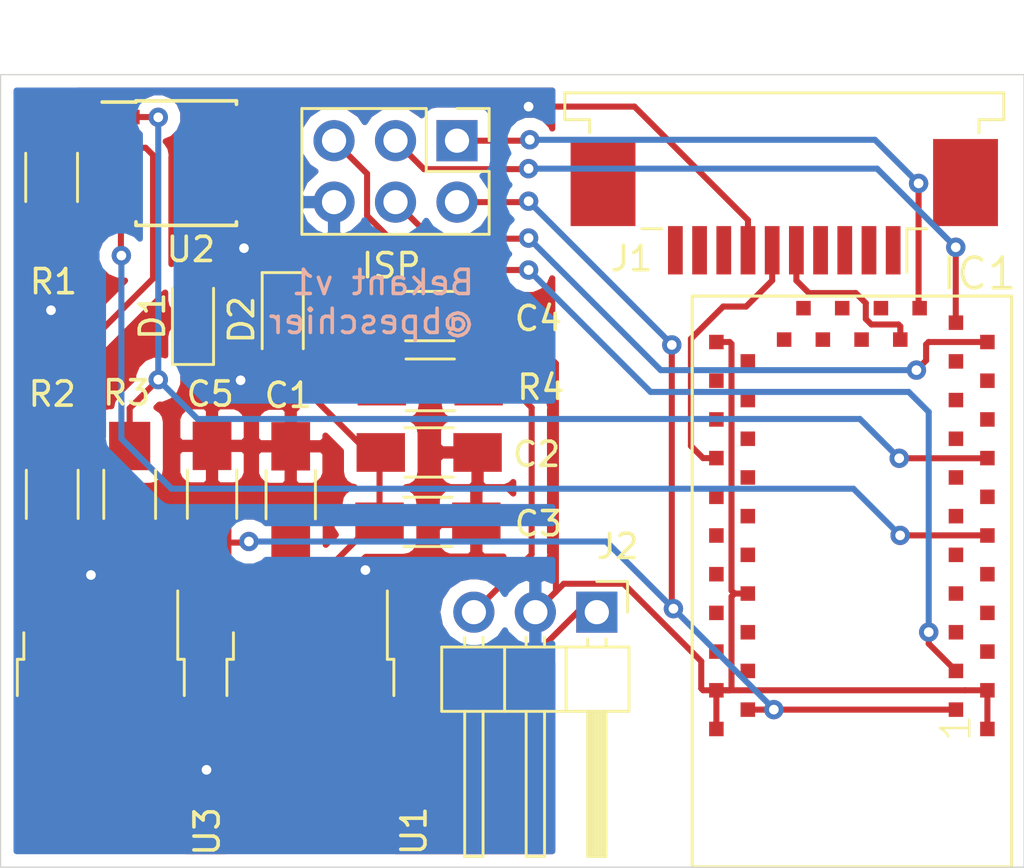
<source format=kicad_pcb>
(kicad_pcb (version 20171130) (host pcbnew "(6.0.0-rc1-dev-1429-gcf05346b1)")

  (general
    (thickness 1.6)
    (drawings 5)
    (tracks 205)
    (zones 0)
    (modules 18)
    (nets 18)
  )

  (page A4)
  (layers
    (0 F.Cu signal)
    (31 B.Cu signal)
    (32 B.Adhes user)
    (33 F.Adhes user)
    (34 B.Paste user)
    (35 F.Paste user)
    (36 B.SilkS user)
    (37 F.SilkS user)
    (38 B.Mask user)
    (39 F.Mask user)
    (40 Dwgs.User user)
    (41 Cmts.User user)
    (42 Eco1.User user)
    (43 Eco2.User user)
    (44 Edge.Cuts user)
    (45 Margin user)
    (46 B.CrtYd user)
    (47 F.CrtYd user)
    (48 B.Fab user)
    (49 F.Fab user)
  )

  (setup
    (last_trace_width 0.25)
    (trace_clearance 0.2)
    (zone_clearance 0.508)
    (zone_45_only no)
    (trace_min 0.2)
    (via_size 0.8)
    (via_drill 0.4)
    (via_min_size 0.4)
    (via_min_drill 0.3)
    (uvia_size 0.3)
    (uvia_drill 0.1)
    (uvias_allowed no)
    (uvia_min_size 0.2)
    (uvia_min_drill 0.1)
    (edge_width 0.05)
    (segment_width 0.2)
    (pcb_text_width 0.3)
    (pcb_text_size 1.5 1.5)
    (mod_edge_width 0.12)
    (mod_text_size 1 1)
    (mod_text_width 0.15)
    (pad_size 1.524 1.524)
    (pad_drill 0.762)
    (pad_to_mask_clearance 0.051)
    (solder_mask_min_width 0.25)
    (aux_axis_origin 0 0)
    (visible_elements FFFFFF7F)
    (pcbplotparams
      (layerselection 0x010fc_ffffffff)
      (usegerberextensions false)
      (usegerberattributes false)
      (usegerberadvancedattributes false)
      (creategerberjobfile false)
      (excludeedgelayer true)
      (linewidth 0.100000)
      (plotframeref false)
      (viasonmask false)
      (mode 1)
      (useauxorigin false)
      (hpglpennumber 1)
      (hpglpenspeed 20)
      (hpglpendiameter 15.000000)
      (psnegative false)
      (psa4output false)
      (plotreference true)
      (plotvalue true)
      (plotinvisibletext false)
      (padsonsilk false)
      (subtractmaskfromsilk false)
      (outputformat 1)
      (mirror false)
      (drillshape 1)
      (scaleselection 1)
      (outputdirectory ""))
  )

  (net 0 "")
  (net 1 GND)
  (net 2 +24V)
  (net 3 +12V)
  (net 4 LINBUS)
  (net 5 +3V3)
  (net 6 "Net-(D1-Pad2)")
  (net 7 "Net-(D1-Pad1)")
  (net 8 TXD)
  (net 9 RXD)
  (net 10 MOSI)
  (net 11 RST)
  (net 12 SCK)
  (net 13 B_DOWN)
  (net 14 MISO)
  (net 15 B_UP)
  (net 16 "Net-(R1-Pad1)")
  (net 17 "Net-(R2-Pad1)")

  (net_class Default "Dit is de standaard class."
    (clearance 0.2)
    (trace_width 0.25)
    (via_dia 0.8)
    (via_drill 0.4)
    (uvia_dia 0.3)
    (uvia_drill 0.1)
    (add_net +12V)
    (add_net +24V)
    (add_net +3V3)
    (add_net B_DOWN)
    (add_net B_UP)
    (add_net GND)
    (add_net LINBUS)
    (add_net MISO)
    (add_net MOSI)
    (add_net "Net-(D1-Pad1)")
    (add_net "Net-(D1-Pad2)")
    (add_net "Net-(R1-Pad1)")
    (add_net "Net-(R2-Pad1)")
    (add_net RST)
    (add_net RXD)
    (add_net SCK)
    (add_net TXD)
  )

  (module Connector_FFC-FPC:TE_1-84953-0_1x10-1MP_P1.0mm_Horizontal (layer F.Cu) (tedit 5AEE14E3) (tstamp 5C5F1FA5)
    (at 154.051 80.772 180)
    (descr "TE FPC connector, 10 top-side contacts, 1.0mm pitch, 1.0mm height, SMT, http://www.te.com/commerce/DocumentDelivery/DDEController?Action=srchrtrv&DocNm=84953&DocType=Customer+Drawing&DocLang=English&DocFormat=pdf&PartCntxt=84953-4")
    (tags "te fpc 84953")
    (path /5C5F0FE3)
    (attr smd)
    (fp_text reference J1 (at 6.3119 -2.1463 180) (layer F.SilkS)
      (effects (font (size 1 1) (thickness 0.15)))
    )
    (fp_text value Conn_01x10 (at 0 7.7 180) (layer F.Fab)
      (effects (font (size 1 1) (thickness 0.15)))
    )
    (fp_text user %R (at 0 1.9 180) (layer F.Fab)
      (effects (font (size 1 1) (thickness 0.15)))
    )
    (fp_line (start 9.46 -3.3) (end -9.46 -3.3) (layer F.CrtYd) (width 0.05))
    (fp_line (start 9.46 7) (end 9.46 -3.3) (layer F.CrtYd) (width 0.05))
    (fp_line (start -9.46 7) (end 9.46 7) (layer F.CrtYd) (width 0.05))
    (fp_line (start -9.46 -3.3) (end -9.46 7) (layer F.CrtYd) (width 0.05))
    (fp_line (start 5.065 -0.91) (end 5.89 -0.91) (layer F.SilkS) (width 0.12))
    (fp_line (start -5.065 -0.91) (end -5.065 -2.71) (layer F.SilkS) (width 0.12))
    (fp_line (start -5.89 -0.91) (end -5.065 -0.91) (layer F.SilkS) (width 0.12))
    (fp_line (start -8.045 3.6) (end -8.045 3.06) (layer F.SilkS) (width 0.12))
    (fp_line (start -9.07 3.6) (end -8.045 3.6) (layer F.SilkS) (width 0.12))
    (fp_line (start -9.07 4.71) (end -9.07 3.6) (layer F.SilkS) (width 0.12))
    (fp_line (start 9.07 4.71) (end -9.07 4.71) (layer F.SilkS) (width 0.12))
    (fp_line (start 9.07 3.6) (end 9.07 4.71) (layer F.SilkS) (width 0.12))
    (fp_line (start 8.045 3.6) (end 9.07 3.6) (layer F.SilkS) (width 0.12))
    (fp_line (start 8.045 3.06) (end 8.045 3.6) (layer F.SilkS) (width 0.12))
    (fp_line (start -7.935 5.61) (end -7.935 4.6) (layer F.Fab) (width 0.1))
    (fp_line (start -8.96 5.61) (end -7.935 5.61) (layer F.Fab) (width 0.1))
    (fp_line (start -8.96 6.5) (end -8.96 5.61) (layer F.Fab) (width 0.1))
    (fp_line (start 8.96 6.5) (end -8.96 6.5) (layer F.Fab) (width 0.1))
    (fp_line (start 8.96 5.61) (end 8.96 6.5) (layer F.Fab) (width 0.1))
    (fp_line (start 7.935 5.61) (end 8.96 5.61) (layer F.Fab) (width 0.1))
    (fp_line (start 7.935 4.6) (end 7.935 5.61) (layer F.Fab) (width 0.1))
    (fp_line (start -4.5 0.2) (end -4 -0.8) (layer F.Fab) (width 0.1))
    (fp_line (start -5 -0.8) (end -4.5 0.2) (layer F.Fab) (width 0.1))
    (fp_line (start -7.935 3.71) (end -7.935 -0.8) (layer F.Fab) (width 0.1))
    (fp_line (start -8.96 3.71) (end -7.935 3.71) (layer F.Fab) (width 0.1))
    (fp_line (start -8.96 4.6) (end -8.96 3.71) (layer F.Fab) (width 0.1))
    (fp_line (start 8.96 4.6) (end -8.96 4.6) (layer F.Fab) (width 0.1))
    (fp_line (start 8.96 3.71) (end 8.96 4.6) (layer F.Fab) (width 0.1))
    (fp_line (start 7.935 3.71) (end 8.96 3.71) (layer F.Fab) (width 0.1))
    (fp_line (start 7.935 -0.8) (end 7.935 3.71) (layer F.Fab) (width 0.1))
    (fp_line (start -7.935 -0.8) (end 7.935 -0.8) (layer F.Fab) (width 0.1))
    (pad MP smd rect (at 7.49 1 180) (size 2.68 3.6) (layers F.Cu F.Paste F.Mask))
    (pad MP smd rect (at -7.49 1 180) (size 2.68 3.6) (layers F.Cu F.Paste F.Mask))
    (pad 10 smd rect (at 4.5 -1.8 180) (size 0.61 2) (layers F.Cu F.Paste F.Mask))
    (pad 9 smd rect (at 3.5 -1.8 180) (size 0.61 2) (layers F.Cu F.Paste F.Mask))
    (pad 8 smd rect (at 2.5 -1.8 180) (size 0.61 2) (layers F.Cu F.Paste F.Mask))
    (pad 7 smd rect (at 1.5 -1.8 180) (size 0.61 2) (layers F.Cu F.Paste F.Mask)
      (net 1 GND))
    (pad 6 smd rect (at 0.5 -1.8 180) (size 0.61 2) (layers F.Cu F.Paste F.Mask)
      (net 13 B_DOWN))
    (pad 5 smd rect (at -0.5 -1.8 180) (size 0.61 2) (layers F.Cu F.Paste F.Mask)
      (net 15 B_UP))
    (pad 4 smd rect (at -1.5 -1.8 180) (size 0.61 2) (layers F.Cu F.Paste F.Mask))
    (pad 3 smd rect (at -2.5 -1.8 180) (size 0.61 2) (layers F.Cu F.Paste F.Mask))
    (pad 2 smd rect (at -3.5 -1.8 180) (size 0.61 2) (layers F.Cu F.Paste F.Mask))
    (pad 1 smd rect (at -4.5 -1.8 180) (size 0.61 2) (layers F.Cu F.Paste F.Mask))
    (model ${KISYS3DMOD}/Connector_FFC-FPC.3dshapes/TE_1-84953-0_1x10-1MP_P1.0mm_Horizontal.wrl
      (at (xyz 0 0 0))
      (scale (xyz 1 1 1))
      (rotate (xyz 0 0 0))
    )
  )

  (module Pin_Headers:Pin_Header_Straight_2x03_Pitch2.54mm (layer F.Cu) (tedit 59650532) (tstamp 5C5EB2A7)
    (at 140.5255 78.0415 270)
    (descr "Through hole straight pin header, 2x03, 2.54mm pitch, double rows")
    (tags "Through hole pin header THT 2x03 2.54mm double row")
    (path /5C5F7A65)
    (fp_text reference ISP (at 5.1689 2.7178) (layer F.SilkS)
      (effects (font (size 1 1) (thickness 0.15)))
    )
    (fp_text value AVR-ISP-6 (at 0 4.87 270) (layer F.Fab) hide
      (effects (font (size 1 1) (thickness 0.15)))
    )
    (fp_line (start 0 -1.27) (end 3.81 -1.27) (layer F.Fab) (width 0.1))
    (fp_line (start 3.81 -1.27) (end 3.81 6.35) (layer F.Fab) (width 0.1))
    (fp_line (start 3.81 6.35) (end -1.27 6.35) (layer F.Fab) (width 0.1))
    (fp_line (start -1.27 6.35) (end -1.27 0) (layer F.Fab) (width 0.1))
    (fp_line (start -1.27 0) (end 0 -1.27) (layer F.Fab) (width 0.1))
    (fp_line (start -1.33 6.41) (end 3.87 6.41) (layer F.SilkS) (width 0.12))
    (fp_line (start -1.33 1.27) (end -1.33 6.41) (layer F.SilkS) (width 0.12))
    (fp_line (start 3.87 -1.33) (end 3.87 6.41) (layer F.SilkS) (width 0.12))
    (fp_line (start -1.33 1.27) (end 1.27 1.27) (layer F.SilkS) (width 0.12))
    (fp_line (start 1.27 1.27) (end 1.27 -1.33) (layer F.SilkS) (width 0.12))
    (fp_line (start 1.27 -1.33) (end 3.87 -1.33) (layer F.SilkS) (width 0.12))
    (fp_line (start -1.33 0) (end -1.33 -1.33) (layer F.SilkS) (width 0.12))
    (fp_line (start -1.33 -1.33) (end 0 -1.33) (layer F.SilkS) (width 0.12))
    (fp_line (start -1.8 -1.8) (end -1.8 6.85) (layer F.CrtYd) (width 0.05))
    (fp_line (start -1.8 6.85) (end 4.35 6.85) (layer F.CrtYd) (width 0.05))
    (fp_line (start 4.35 6.85) (end 4.35 -1.8) (layer F.CrtYd) (width 0.05))
    (fp_line (start 4.35 -1.8) (end -1.8 -1.8) (layer F.CrtYd) (width 0.05))
    (fp_text user %R (at 0 0) (layer F.Fab)
      (effects (font (size 1 1) (thickness 0.15)))
    )
    (pad 1 thru_hole rect (at 0 0 270) (size 1.7 1.7) (drill 1) (layers *.Cu *.Mask)
      (net 14 MISO))
    (pad 2 thru_hole oval (at 2.54 0 270) (size 1.7 1.7) (drill 1) (layers *.Cu *.Mask)
      (net 5 +3V3))
    (pad 3 thru_hole oval (at 0 2.54 270) (size 1.7 1.7) (drill 1) (layers *.Cu *.Mask)
      (net 12 SCK))
    (pad 4 thru_hole oval (at 2.54 2.54 270) (size 1.7 1.7) (drill 1) (layers *.Cu *.Mask)
      (net 10 MOSI))
    (pad 5 thru_hole oval (at 0 5.08 270) (size 1.7 1.7) (drill 1) (layers *.Cu *.Mask)
      (net 11 RST))
    (pad 6 thru_hole oval (at 2.54 5.08 270) (size 1.7 1.7) (drill 1) (layers *.Cu *.Mask)
      (net 1 GND))
    (model ${KISYS3DMOD}/Pin_Headers.3dshapes/Pin_Header_Straight_2x03_Pitch2.54mm.wrl
      (at (xyz 0 0 0))
      (scale (xyz 1 1 1))
      (rotate (xyz 0 0 0))
    )
  )

  (module Capacitors_SMD:C_1206_HandSoldering (layer F.Cu) (tedit 58AA84D1) (tstamp 5C5EB157)
    (at 133.6548 92.678 90)
    (descr "Capacitor SMD 1206, hand soldering")
    (tags "capacitor 1206")
    (path /5C5D2B67)
    (attr smd)
    (fp_text reference C1 (at 4.1082 -0.1016 -180) (layer F.SilkS)
      (effects (font (size 1 1) (thickness 0.15)))
    )
    (fp_text value 0.33µF (at 0 2 90) (layer F.Fab) hide
      (effects (font (size 1 1) (thickness 0.15)))
    )
    (fp_line (start 3.25 1.05) (end -3.25 1.05) (layer F.CrtYd) (width 0.05))
    (fp_line (start 3.25 1.05) (end 3.25 -1.05) (layer F.CrtYd) (width 0.05))
    (fp_line (start -3.25 -1.05) (end -3.25 1.05) (layer F.CrtYd) (width 0.05))
    (fp_line (start -3.25 -1.05) (end 3.25 -1.05) (layer F.CrtYd) (width 0.05))
    (fp_line (start -1 1.02) (end 1 1.02) (layer F.SilkS) (width 0.12))
    (fp_line (start 1 -1.02) (end -1 -1.02) (layer F.SilkS) (width 0.12))
    (fp_line (start -1.6 -0.8) (end 1.6 -0.8) (layer F.Fab) (width 0.1))
    (fp_line (start 1.6 -0.8) (end 1.6 0.8) (layer F.Fab) (width 0.1))
    (fp_line (start 1.6 0.8) (end -1.6 0.8) (layer F.Fab) (width 0.1))
    (fp_line (start -1.6 0.8) (end -1.6 -0.8) (layer F.Fab) (width 0.1))
    (fp_text user %R (at 0.032 -0.0635 -180) (layer F.Fab)
      (effects (font (size 1 1) (thickness 0.15)))
    )
    (pad 2 smd rect (at 2 0 90) (size 2 1.6) (layers F.Cu F.Paste F.Mask)
      (net 1 GND))
    (pad 1 smd rect (at -2 0 90) (size 2 1.6) (layers F.Cu F.Paste F.Mask)
      (net 2 +24V))
    (model Capacitors_SMD.3dshapes/C_1206.wrl
      (at (xyz 0 0 0))
      (scale (xyz 1 1 1))
      (rotate (xyz 0 0 0))
    )
  )

  (module Capacitors_SMD:C_1206_HandSoldering (layer F.Cu) (tedit 58AA84D1) (tstamp 5C5EF5AF)
    (at 139.3764 90.932)
    (descr "Capacitor SMD 1206, hand soldering")
    (tags "capacitor 1206")
    (path /5C5DDBE7)
    (attr smd)
    (fp_text reference C2 (at 4.4384 0.0762) (layer F.SilkS)
      (effects (font (size 1 1) (thickness 0.15)))
    )
    (fp_text value 10µF-DNP (at 10.3185 0.1905) (layer F.Fab) hide
      (effects (font (size 1 1) (thickness 0.15)))
    )
    (fp_text user %R (at -0.032 0) (layer F.Fab)
      (effects (font (size 1 1) (thickness 0.15)))
    )
    (fp_line (start -1.6 0.8) (end -1.6 -0.8) (layer F.Fab) (width 0.1))
    (fp_line (start 1.6 0.8) (end -1.6 0.8) (layer F.Fab) (width 0.1))
    (fp_line (start 1.6 -0.8) (end 1.6 0.8) (layer F.Fab) (width 0.1))
    (fp_line (start -1.6 -0.8) (end 1.6 -0.8) (layer F.Fab) (width 0.1))
    (fp_line (start 1 -1.02) (end -1 -1.02) (layer F.SilkS) (width 0.12))
    (fp_line (start -1 1.02) (end 1 1.02) (layer F.SilkS) (width 0.12))
    (fp_line (start -3.25 -1.05) (end 3.25 -1.05) (layer F.CrtYd) (width 0.05))
    (fp_line (start -3.25 -1.05) (end -3.25 1.05) (layer F.CrtYd) (width 0.05))
    (fp_line (start 3.25 1.05) (end 3.25 -1.05) (layer F.CrtYd) (width 0.05))
    (fp_line (start 3.25 1.05) (end -3.25 1.05) (layer F.CrtYd) (width 0.05))
    (pad 1 smd rect (at -2 0) (size 2 1.6) (layers F.Cu F.Paste F.Mask)
      (net 3 +12V))
    (pad 2 smd rect (at 2 0) (size 2 1.6) (layers F.Cu F.Paste F.Mask)
      (net 1 GND))
    (model Capacitors_SMD.3dshapes/C_1206.wrl
      (at (xyz 0 0 0))
      (scale (xyz 1 1 1))
      (rotate (xyz 0 0 0))
    )
  )

  (module Capacitors_SMD:C_1206_HandSoldering (layer F.Cu) (tedit 58AA84D1) (tstamp 5C5EF924)
    (at 139.3256 93.8022)
    (descr "Capacitor SMD 1206, hand soldering")
    (tags "capacitor 1206")
    (path /5C5DE41A)
    (attr smd)
    (fp_text reference C3 (at 4.5654 0.0762) (layer F.SilkS)
      (effects (font (size 1 1) (thickness 0.15)))
    )
    (fp_text value 0.1µF (at 11.716 -0.254) (layer F.Fab) hide
      (effects (font (size 1 1) (thickness 0.15)))
    )
    (fp_line (start 3.25 1.05) (end -3.25 1.05) (layer F.CrtYd) (width 0.05))
    (fp_line (start 3.25 1.05) (end 3.25 -1.05) (layer F.CrtYd) (width 0.05))
    (fp_line (start -3.25 -1.05) (end -3.25 1.05) (layer F.CrtYd) (width 0.05))
    (fp_line (start -3.25 -1.05) (end 3.25 -1.05) (layer F.CrtYd) (width 0.05))
    (fp_line (start -1 1.02) (end 1 1.02) (layer F.SilkS) (width 0.12))
    (fp_line (start 1 -1.02) (end -1 -1.02) (layer F.SilkS) (width 0.12))
    (fp_line (start -1.6 -0.8) (end 1.6 -0.8) (layer F.Fab) (width 0.1))
    (fp_line (start 1.6 -0.8) (end 1.6 0.8) (layer F.Fab) (width 0.1))
    (fp_line (start 1.6 0.8) (end -1.6 0.8) (layer F.Fab) (width 0.1))
    (fp_line (start -1.6 0.8) (end -1.6 -0.8) (layer F.Fab) (width 0.1))
    (fp_text user %R (at -0.0315 0) (layer F.Fab)
      (effects (font (size 1 1) (thickness 0.15)))
    )
    (pad 2 smd rect (at 2 0) (size 2 1.6) (layers F.Cu F.Paste F.Mask)
      (net 1 GND))
    (pad 1 smd rect (at -2 0) (size 2 1.6) (layers F.Cu F.Paste F.Mask)
      (net 3 +12V))
    (model Capacitors_SMD.3dshapes/C_1206.wrl
      (at (xyz 0 0 0))
      (scale (xyz 1 1 1))
      (rotate (xyz 0 0 0))
    )
  )

  (module Capacitors_SMD:C_1206_HandSoldering (layer F.Cu) (tedit 58AA84D1) (tstamp 5C5EB18A)
    (at 139.4018 85.2932 180)
    (descr "Capacitor SMD 1206, hand soldering")
    (tags "capacitor 1206")
    (path /5C5EED1C)
    (attr smd)
    (fp_text reference C4 (at -4.4892 -0.1016 180) (layer F.SilkS)
      (effects (font (size 1 1) (thickness 0.15)))
    )
    (fp_text value 200pF (at -8.0645 -0.127 180) (layer F.Fab) hide
      (effects (font (size 1 1) (thickness 0.15)))
    )
    (fp_line (start 3.25 1.05) (end -3.25 1.05) (layer F.CrtYd) (width 0.05))
    (fp_line (start 3.25 1.05) (end 3.25 -1.05) (layer F.CrtYd) (width 0.05))
    (fp_line (start -3.25 -1.05) (end -3.25 1.05) (layer F.CrtYd) (width 0.05))
    (fp_line (start -3.25 -1.05) (end 3.25 -1.05) (layer F.CrtYd) (width 0.05))
    (fp_line (start -1 1.02) (end 1 1.02) (layer F.SilkS) (width 0.12))
    (fp_line (start 1 -1.02) (end -1 -1.02) (layer F.SilkS) (width 0.12))
    (fp_line (start -1.6 -0.8) (end 1.6 -0.8) (layer F.Fab) (width 0.1))
    (fp_line (start 1.6 -0.8) (end 1.6 0.8) (layer F.Fab) (width 0.1))
    (fp_line (start 1.6 0.8) (end -1.6 0.8) (layer F.Fab) (width 0.1))
    (fp_line (start -1.6 0.8) (end -1.6 -0.8) (layer F.Fab) (width 0.1))
    (fp_text user %R (at 0 -0.0635 180) (layer F.Fab)
      (effects (font (size 1 1) (thickness 0.15)))
    )
    (pad 2 smd rect (at 2 0 180) (size 2 1.6) (layers F.Cu F.Paste F.Mask)
      (net 4 LINBUS))
    (pad 1 smd rect (at -2 0 180) (size 2 1.6) (layers F.Cu F.Paste F.Mask)
      (net 1 GND))
    (model Capacitors_SMD.3dshapes/C_1206.wrl
      (at (xyz 0 0 0))
      (scale (xyz 1 1 1))
      (rotate (xyz 0 0 0))
    )
  )

  (module Capacitors_SMD:C_1206_HandSoldering (layer F.Cu) (tedit 58AA84D1) (tstamp 5C5F0678)
    (at 130.4036 92.6592 90)
    (descr "Capacitor SMD 1206, hand soldering")
    (tags "capacitor 1206")
    (path /5C5E089D)
    (attr smd)
    (fp_text reference C5 (at 4.1402 -0.0762 180) (layer F.SilkS)
      (effects (font (size 1 1) (thickness 0.15)))
    )
    (fp_text value 0.1µF (at 0 2 90) (layer F.Fab) hide
      (effects (font (size 1 1) (thickness 0.15)))
    )
    (fp_text user %R (at 0.032 0.0508 180) (layer F.Fab)
      (effects (font (size 1 1) (thickness 0.15)))
    )
    (fp_line (start -1.6 0.8) (end -1.6 -0.8) (layer F.Fab) (width 0.1))
    (fp_line (start 1.6 0.8) (end -1.6 0.8) (layer F.Fab) (width 0.1))
    (fp_line (start 1.6 -0.8) (end 1.6 0.8) (layer F.Fab) (width 0.1))
    (fp_line (start -1.6 -0.8) (end 1.6 -0.8) (layer F.Fab) (width 0.1))
    (fp_line (start 1 -1.02) (end -1 -1.02) (layer F.SilkS) (width 0.12))
    (fp_line (start -1 1.02) (end 1 1.02) (layer F.SilkS) (width 0.12))
    (fp_line (start -3.25 -1.05) (end 3.25 -1.05) (layer F.CrtYd) (width 0.05))
    (fp_line (start -3.25 -1.05) (end -3.25 1.05) (layer F.CrtYd) (width 0.05))
    (fp_line (start 3.25 1.05) (end 3.25 -1.05) (layer F.CrtYd) (width 0.05))
    (fp_line (start 3.25 1.05) (end -3.25 1.05) (layer F.CrtYd) (width 0.05))
    (pad 1 smd rect (at -2 0 90) (size 2 1.6) (layers F.Cu F.Paste F.Mask)
      (net 5 +3V3))
    (pad 2 smd rect (at 2 0 90) (size 2 1.6) (layers F.Cu F.Paste F.Mask)
      (net 1 GND))
    (model Capacitors_SMD.3dshapes/C_1206.wrl
      (at (xyz 0 0 0))
      (scale (xyz 1 1 1))
      (rotate (xyz 0 0 0))
    )
  )

  (module Diodes_SMD:D_SOD-323_HandSoldering (layer F.Cu) (tedit 58641869) (tstamp 5C5EB1B3)
    (at 129.6162 85.3948 90)
    (descr SOD-323)
    (tags SOD-323)
    (path /5C5E57B6)
    (attr smd)
    (fp_text reference D1 (at 0.1016 -1.6764 90) (layer F.SilkS)
      (effects (font (size 1 1) (thickness 0.15)))
    )
    (fp_text value 1N4148 (at 0.1 1.9 90) (layer F.Fab) hide
      (effects (font (size 1 1) (thickness 0.15)))
    )
    (fp_line (start -1.9 -0.85) (end 1.25 -0.85) (layer F.SilkS) (width 0.12))
    (fp_line (start -1.9 0.85) (end 1.25 0.85) (layer F.SilkS) (width 0.12))
    (fp_line (start -2 -0.95) (end -2 0.95) (layer F.CrtYd) (width 0.05))
    (fp_line (start -2 0.95) (end 2 0.95) (layer F.CrtYd) (width 0.05))
    (fp_line (start 2 -0.95) (end 2 0.95) (layer F.CrtYd) (width 0.05))
    (fp_line (start -2 -0.95) (end 2 -0.95) (layer F.CrtYd) (width 0.05))
    (fp_line (start -0.9 -0.7) (end 0.9 -0.7) (layer F.Fab) (width 0.1))
    (fp_line (start 0.9 -0.7) (end 0.9 0.7) (layer F.Fab) (width 0.1))
    (fp_line (start 0.9 0.7) (end -0.9 0.7) (layer F.Fab) (width 0.1))
    (fp_line (start -0.9 0.7) (end -0.9 -0.7) (layer F.Fab) (width 0.1))
    (fp_line (start -0.3 -0.35) (end -0.3 0.35) (layer F.Fab) (width 0.1))
    (fp_line (start -0.3 0) (end -0.5 0) (layer F.Fab) (width 0.1))
    (fp_line (start -0.3 0) (end 0.2 -0.35) (layer F.Fab) (width 0.1))
    (fp_line (start 0.2 -0.35) (end 0.2 0.35) (layer F.Fab) (width 0.1))
    (fp_line (start 0.2 0.35) (end -0.3 0) (layer F.Fab) (width 0.1))
    (fp_line (start 0.2 0) (end 0.45 0) (layer F.Fab) (width 0.1))
    (fp_line (start -1.9 -0.85) (end -1.9 0.85) (layer F.SilkS) (width 0.12))
    (fp_text user %R (at -0.1524 -2.413 90) (layer F.Fab) hide
      (effects (font (size 1 1) (thickness 0.15)))
    )
    (pad 2 smd rect (at 1.25 0 90) (size 1 1) (layers F.Cu F.Paste F.Mask)
      (net 6 "Net-(D1-Pad2)"))
    (pad 1 smd rect (at -1.25 0 90) (size 1 1) (layers F.Cu F.Paste F.Mask)
      (net 7 "Net-(D1-Pad1)"))
    (model ${KISYS3DMOD}/Diodes_SMD.3dshapes/D_SOD-323.wrl
      (at (xyz 0 0 0))
      (scale (xyz 1 1 1))
      (rotate (xyz 0 0 0))
    )
  )

  (module Diodes_SMD:D_SOD-323_HandSoldering (layer F.Cu) (tedit 58641869) (tstamp 5C5EF571)
    (at 133.3246 85.3948 270)
    (descr SOD-323)
    (tags SOD-323)
    (path /5C5E8A58)
    (attr smd)
    (fp_text reference D2 (at 0.0508 1.7018 270) (layer F.SilkS)
      (effects (font (size 1 1) (thickness 0.15)))
    )
    (fp_text value 1N4148 (at 0.1 1.9 270) (layer F.Fab) hide
      (effects (font (size 1 1) (thickness 0.15)))
    )
    (fp_text user %R (at 0 -1.85 270) (layer F.Fab)
      (effects (font (size 1 1) (thickness 0.15)))
    )
    (fp_line (start -1.9 -0.85) (end -1.9 0.85) (layer F.SilkS) (width 0.12))
    (fp_line (start 0.2 0) (end 0.45 0) (layer F.Fab) (width 0.1))
    (fp_line (start 0.2 0.35) (end -0.3 0) (layer F.Fab) (width 0.1))
    (fp_line (start 0.2 -0.35) (end 0.2 0.35) (layer F.Fab) (width 0.1))
    (fp_line (start -0.3 0) (end 0.2 -0.35) (layer F.Fab) (width 0.1))
    (fp_line (start -0.3 0) (end -0.5 0) (layer F.Fab) (width 0.1))
    (fp_line (start -0.3 -0.35) (end -0.3 0.35) (layer F.Fab) (width 0.1))
    (fp_line (start -0.9 0.7) (end -0.9 -0.7) (layer F.Fab) (width 0.1))
    (fp_line (start 0.9 0.7) (end -0.9 0.7) (layer F.Fab) (width 0.1))
    (fp_line (start 0.9 -0.7) (end 0.9 0.7) (layer F.Fab) (width 0.1))
    (fp_line (start -0.9 -0.7) (end 0.9 -0.7) (layer F.Fab) (width 0.1))
    (fp_line (start -2 -0.95) (end 2 -0.95) (layer F.CrtYd) (width 0.05))
    (fp_line (start 2 -0.95) (end 2 0.95) (layer F.CrtYd) (width 0.05))
    (fp_line (start -2 0.95) (end 2 0.95) (layer F.CrtYd) (width 0.05))
    (fp_line (start -2 -0.95) (end -2 0.95) (layer F.CrtYd) (width 0.05))
    (fp_line (start -1.9 0.85) (end 1.25 0.85) (layer F.SilkS) (width 0.12))
    (fp_line (start -1.9 -0.85) (end 1.25 -0.85) (layer F.SilkS) (width 0.12))
    (pad 1 smd rect (at -1.25 0 270) (size 1 1) (layers F.Cu F.Paste F.Mask)
      (net 6 "Net-(D1-Pad2)"))
    (pad 2 smd rect (at 1.25 0 270) (size 1 1) (layers F.Cu F.Paste F.Mask)
      (net 3 +12V))
    (model ${KISYS3DMOD}/Diodes_SMD.3dshapes/D_SOD-323.wrl
      (at (xyz 0 0 0))
      (scale (xyz 1 1 1))
      (rotate (xyz 0 0 0))
    )
  )

  (module deRFmodules:A-M00 (layer F.Cu) (tedit 0) (tstamp 5C5EEA55)
    (at 156.845 96.266 90)
    (descr "51pin LGA package, pitch 0.8mm")
    (path /5C5CA92A)
    (fp_text reference IC1 (at 12.7254 5.2705 180) (layer F.SilkS)
      (effects (font (size 1.27 1.27) (thickness 0.15)))
    )
    (fp_text value DERFMEGA256-23M00 (at 0 0 90) (layer F.SilkS) hide
      (effects (font (size 1.27 1.27) (thickness 0.15)))
    )
    (fp_line (start -11.8 6.6) (end 11.8 6.6) (layer F.SilkS) (width 0.127))
    (fp_line (start 11.8 6.6) (end 11.8 -6.6) (layer F.SilkS) (width 0.127))
    (fp_line (start 11.8 -6.6) (end -11.8 -6.6) (layer F.SilkS) (width 0.127))
    (fp_line (start -11.8 -6.6) (end -11.8 6.6) (layer F.SilkS) (width 0.127))
    (fp_text user 1 (at -6.7 5 90) (layer F.SilkS)
      (effects (font (size 1.2065 1.2065) (thickness 0.1016)) (justify left bottom))
    )
    (pad 1 smd rect (at -6.1 5.6 90) (size 0.6 0.6) (layers F.Cu F.Paste F.Mask)
      (net 1 GND) (solder_mask_margin 0.1016))
    (pad 3 smd rect (at -4.5 5.6 90) (size 0.6 0.6) (layers F.Cu F.Paste F.Mask)
      (net 1 GND) (solder_mask_margin 0.1016))
    (pad 5 smd rect (at -2.9 5.6 90) (size 0.6 0.6) (layers F.Cu F.Paste F.Mask)
      (solder_mask_margin 0.1016))
    (pad 7 smd rect (at -1.3 5.6 90) (size 0.6 0.6) (layers F.Cu F.Paste F.Mask)
      (solder_mask_margin 0.1016))
    (pad 9 smd rect (at 0.3 5.6 90) (size 0.6 0.6) (layers F.Cu F.Paste F.Mask)
      (solder_mask_margin 0.1016))
    (pad 11 smd rect (at 1.9 5.6 90) (size 0.6 0.6) (layers F.Cu F.Paste F.Mask)
      (net 8 TXD) (solder_mask_margin 0.1016))
    (pad 13 smd rect (at 3.5 5.6 90) (size 0.6 0.6) (layers F.Cu F.Paste F.Mask)
      (solder_mask_margin 0.1016))
    (pad 15 smd rect (at 5.1 5.6 90) (size 0.6 0.6) (layers F.Cu F.Paste F.Mask)
      (net 9 RXD) (solder_mask_margin 0.1016))
    (pad 17 smd rect (at 6.7 5.6 90) (size 0.6 0.6) (layers F.Cu F.Paste F.Mask)
      (solder_mask_margin 0.1016))
    (pad 19 smd rect (at 8.3 5.6 90) (size 0.6 0.6) (layers F.Cu F.Paste F.Mask)
      (solder_mask_margin 0.1016))
    (pad 21 smd rect (at 9.9 5.6 90) (size 0.6 0.6) (layers F.Cu F.Paste F.Mask)
      (net 10 MOSI) (solder_mask_margin 0.1016))
    (pad 2 smd rect (at -5.3 4.3 90) (size 0.6 0.6) (layers F.Cu F.Paste F.Mask)
      (net 5 +3V3) (solder_mask_margin 0.1016))
    (pad 4 smd rect (at -3.7 4.3 90) (size 0.6 0.6) (layers F.Cu F.Paste F.Mask)
      (net 11 RST) (solder_mask_margin 0.1016))
    (pad 6 smd rect (at -2.1 4.3 90) (size 0.6 0.6) (layers F.Cu F.Paste F.Mask)
      (solder_mask_margin 0.1016))
    (pad 8 smd rect (at -0.5 4.3 90) (size 0.6 0.6) (layers F.Cu F.Paste F.Mask)
      (solder_mask_margin 0.1016))
    (pad 10 smd rect (at 1.1 4.3 90) (size 0.6 0.6) (layers F.Cu F.Paste F.Mask)
      (solder_mask_margin 0.1016))
    (pad 12 smd rect (at 2.7 4.3 90) (size 0.6 0.6) (layers F.Cu F.Paste F.Mask)
      (solder_mask_margin 0.1016))
    (pad 14 smd rect (at 4.3 4.3 90) (size 0.6 0.6) (layers F.Cu F.Paste F.Mask)
      (solder_mask_margin 0.1016))
    (pad 16 smd rect (at 5.9 4.3 90) (size 0.6 0.6) (layers F.Cu F.Paste F.Mask)
      (solder_mask_margin 0.1016))
    (pad 18 smd rect (at 7.5 4.3 90) (size 0.6 0.6) (layers F.Cu F.Paste F.Mask)
      (solder_mask_margin 0.1016))
    (pad 20 smd rect (at 9.1 4.3 90) (size 0.6 0.6) (layers F.Cu F.Paste F.Mask)
      (solder_mask_margin 0.1016))
    (pad 22 smd rect (at 10.7 4.3 90) (size 0.6 0.6) (layers F.Cu F.Paste F.Mask)
      (net 12 SCK) (solder_mask_margin 0.1016))
    (pad 51 smd rect (at -6.1 -5.6 90) (size 0.6 0.6) (layers F.Cu F.Paste F.Mask)
      (net 1 GND) (solder_mask_margin 0.1016))
    (pad 49 smd rect (at -4.5 -5.6 90) (size 0.6 0.6) (layers F.Cu F.Paste F.Mask)
      (net 1 GND) (solder_mask_margin 0.1016))
    (pad 47 smd rect (at -2.9 -5.6 90) (size 0.6 0.6) (layers F.Cu F.Paste F.Mask)
      (solder_mask_margin 0.1016))
    (pad 45 smd rect (at -1.3 -5.6 90) (size 0.6 0.6) (layers F.Cu F.Paste F.Mask)
      (solder_mask_margin 0.1016))
    (pad 43 smd rect (at 0.3 -5.6 90) (size 0.6 0.6) (layers F.Cu F.Paste F.Mask)
      (solder_mask_margin 0.1016))
    (pad 41 smd rect (at 1.9 -5.6 90) (size 0.6 0.6) (layers F.Cu F.Paste F.Mask)
      (solder_mask_margin 0.1016))
    (pad 39 smd rect (at 3.5 -5.6 90) (size 0.6 0.6) (layers F.Cu F.Paste F.Mask)
      (solder_mask_margin 0.1016))
    (pad 37 smd rect (at 5.1 -5.6 90) (size 0.6 0.6) (layers F.Cu F.Paste F.Mask)
      (net 13 B_DOWN) (solder_mask_margin 0.1016))
    (pad 35 smd rect (at 6.7 -5.6 90) (size 0.6 0.6) (layers F.Cu F.Paste F.Mask)
      (solder_mask_margin 0.1016))
    (pad 33 smd rect (at 8.3 -5.6 90) (size 0.6 0.6) (layers F.Cu F.Paste F.Mask)
      (solder_mask_margin 0.1016))
    (pad 31 smd rect (at 9.9 -5.6 90) (size 0.6 0.6) (layers F.Cu F.Paste F.Mask)
      (net 1 GND) (solder_mask_margin 0.1016))
    (pad 50 smd rect (at -5.3 -4.3 90) (size 0.6 0.6) (layers F.Cu F.Paste F.Mask)
      (net 5 +3V3) (solder_mask_margin 0.1016))
    (pad 48 smd rect (at -3.7 -4.3 90) (size 0.6 0.6) (layers F.Cu F.Paste F.Mask)
      (solder_mask_margin 0.1016))
    (pad 46 smd rect (at -2.1 -4.3 90) (size 0.6 0.6) (layers F.Cu F.Paste F.Mask)
      (solder_mask_margin 0.1016))
    (pad 44 smd rect (at -0.5 -4.3 90) (size 0.6 0.6) (layers F.Cu F.Paste F.Mask)
      (net 1 GND) (solder_mask_margin 0.1016))
    (pad 42 smd rect (at 1.1 -4.3 90) (size 0.6 0.6) (layers F.Cu F.Paste F.Mask)
      (solder_mask_margin 0.1016))
    (pad 40 smd rect (at 2.7 -4.3 90) (size 0.6 0.6) (layers F.Cu F.Paste F.Mask)
      (solder_mask_margin 0.1016))
    (pad 38 smd rect (at 4.3 -4.3 90) (size 0.6 0.6) (layers F.Cu F.Paste F.Mask)
      (solder_mask_margin 0.1016))
    (pad 36 smd rect (at 5.9 -4.3 90) (size 0.6 0.6) (layers F.Cu F.Paste F.Mask)
      (solder_mask_margin 0.1016))
    (pad 34 smd rect (at 7.5 -4.3 90) (size 0.6 0.6) (layers F.Cu F.Paste F.Mask)
      (solder_mask_margin 0.1016))
    (pad 32 smd rect (at 9.1 -4.3 90) (size 0.6 0.6) (layers F.Cu F.Paste F.Mask)
      (solder_mask_margin 0.1016))
    (pad 23 smd rect (at 11.3 2.8 90) (size 0.6 0.6) (layers F.Cu F.Paste F.Mask)
      (net 14 MISO) (solder_mask_margin 0.1016))
    (pad 25 smd rect (at 11.3 1.2 90) (size 0.6 0.6) (layers F.Cu F.Paste F.Mask)
      (solder_mask_margin 0.1016))
    (pad 27 smd rect (at 11.3 -0.4 90) (size 0.6 0.6) (layers F.Cu F.Paste F.Mask)
      (solder_mask_margin 0.1016))
    (pad 29 smd rect (at 11.3 -2 90) (size 0.6 0.6) (layers F.Cu F.Paste F.Mask)
      (solder_mask_margin 0.1016))
    (pad 24 smd rect (at 10 2 90) (size 0.6 0.6) (layers F.Cu F.Paste F.Mask)
      (net 15 B_UP) (solder_mask_margin 0.1016))
    (pad 26 smd rect (at 10 0.4 90) (size 0.6 0.6) (layers F.Cu F.Paste F.Mask)
      (solder_mask_margin 0.1016))
    (pad 28 smd rect (at 10 -1.2 90) (size 0.6 0.6) (layers F.Cu F.Paste F.Mask)
      (solder_mask_margin 0.1016))
    (pad 30 smd rect (at 10 -2.8 90) (size 0.6 0.6) (layers F.Cu F.Paste F.Mask)
      (solder_mask_margin 0.1016))
  )

  (module Pin_Headers:Pin_Header_Angled_1x03_Pitch2.54mm (layer F.Cu) (tedit 59650532) (tstamp 5C600935)
    (at 146.304 97.536 270)
    (descr "Through hole angled pin header, 1x03, 2.54mm pitch, 6mm pin length, single row")
    (tags "Through hole angled pin header THT 1x03 2.54mm single row")
    (path /5C5F21EA)
    (fp_text reference J2 (at -2.7178 -0.8636) (layer F.SilkS)
      (effects (font (size 1 1) (thickness 0.15)))
    )
    (fp_text value Conn_01x03 (at 4.385 7.35 270) (layer F.Fab) hide
      (effects (font (size 1 1) (thickness 0.15)))
    )
    (fp_text user %R (at 2.77 2.54) (layer F.Fab)
      (effects (font (size 1 1) (thickness 0.15)))
    )
    (fp_line (start 10.55 -1.8) (end -1.8 -1.8) (layer F.CrtYd) (width 0.05))
    (fp_line (start 10.55 6.85) (end 10.55 -1.8) (layer F.CrtYd) (width 0.05))
    (fp_line (start -1.8 6.85) (end 10.55 6.85) (layer F.CrtYd) (width 0.05))
    (fp_line (start -1.8 -1.8) (end -1.8 6.85) (layer F.CrtYd) (width 0.05))
    (fp_line (start -1.27 -1.27) (end 0 -1.27) (layer F.SilkS) (width 0.12))
    (fp_line (start -1.27 0) (end -1.27 -1.27) (layer F.SilkS) (width 0.12))
    (fp_line (start 1.042929 5.46) (end 1.44 5.46) (layer F.SilkS) (width 0.12))
    (fp_line (start 1.042929 4.7) (end 1.44 4.7) (layer F.SilkS) (width 0.12))
    (fp_line (start 10.1 5.46) (end 4.1 5.46) (layer F.SilkS) (width 0.12))
    (fp_line (start 10.1 4.7) (end 10.1 5.46) (layer F.SilkS) (width 0.12))
    (fp_line (start 4.1 4.7) (end 10.1 4.7) (layer F.SilkS) (width 0.12))
    (fp_line (start 1.44 3.81) (end 4.1 3.81) (layer F.SilkS) (width 0.12))
    (fp_line (start 1.042929 2.92) (end 1.44 2.92) (layer F.SilkS) (width 0.12))
    (fp_line (start 1.042929 2.16) (end 1.44 2.16) (layer F.SilkS) (width 0.12))
    (fp_line (start 10.1 2.92) (end 4.1 2.92) (layer F.SilkS) (width 0.12))
    (fp_line (start 10.1 2.16) (end 10.1 2.92) (layer F.SilkS) (width 0.12))
    (fp_line (start 4.1 2.16) (end 10.1 2.16) (layer F.SilkS) (width 0.12))
    (fp_line (start 1.44 1.27) (end 4.1 1.27) (layer F.SilkS) (width 0.12))
    (fp_line (start 1.11 0.38) (end 1.44 0.38) (layer F.SilkS) (width 0.12))
    (fp_line (start 1.11 -0.38) (end 1.44 -0.38) (layer F.SilkS) (width 0.12))
    (fp_line (start 4.1 0.28) (end 10.1 0.28) (layer F.SilkS) (width 0.12))
    (fp_line (start 4.1 0.16) (end 10.1 0.16) (layer F.SilkS) (width 0.12))
    (fp_line (start 4.1 0.04) (end 10.1 0.04) (layer F.SilkS) (width 0.12))
    (fp_line (start 4.1 -0.08) (end 10.1 -0.08) (layer F.SilkS) (width 0.12))
    (fp_line (start 4.1 -0.2) (end 10.1 -0.2) (layer F.SilkS) (width 0.12))
    (fp_line (start 4.1 -0.32) (end 10.1 -0.32) (layer F.SilkS) (width 0.12))
    (fp_line (start 10.1 0.38) (end 4.1 0.38) (layer F.SilkS) (width 0.12))
    (fp_line (start 10.1 -0.38) (end 10.1 0.38) (layer F.SilkS) (width 0.12))
    (fp_line (start 4.1 -0.38) (end 10.1 -0.38) (layer F.SilkS) (width 0.12))
    (fp_line (start 4.1 -1.33) (end 1.44 -1.33) (layer F.SilkS) (width 0.12))
    (fp_line (start 4.1 6.41) (end 4.1 -1.33) (layer F.SilkS) (width 0.12))
    (fp_line (start 1.44 6.41) (end 4.1 6.41) (layer F.SilkS) (width 0.12))
    (fp_line (start 1.44 -1.33) (end 1.44 6.41) (layer F.SilkS) (width 0.12))
    (fp_line (start 4.04 5.4) (end 10.04 5.4) (layer F.Fab) (width 0.1))
    (fp_line (start 10.04 4.76) (end 10.04 5.4) (layer F.Fab) (width 0.1))
    (fp_line (start 4.04 4.76) (end 10.04 4.76) (layer F.Fab) (width 0.1))
    (fp_line (start -0.32 5.4) (end 1.5 5.4) (layer F.Fab) (width 0.1))
    (fp_line (start -0.32 4.76) (end -0.32 5.4) (layer F.Fab) (width 0.1))
    (fp_line (start -0.32 4.76) (end 1.5 4.76) (layer F.Fab) (width 0.1))
    (fp_line (start 4.04 2.86) (end 10.04 2.86) (layer F.Fab) (width 0.1))
    (fp_line (start 10.04 2.22) (end 10.04 2.86) (layer F.Fab) (width 0.1))
    (fp_line (start 4.04 2.22) (end 10.04 2.22) (layer F.Fab) (width 0.1))
    (fp_line (start -0.32 2.86) (end 1.5 2.86) (layer F.Fab) (width 0.1))
    (fp_line (start -0.32 2.22) (end -0.32 2.86) (layer F.Fab) (width 0.1))
    (fp_line (start -0.32 2.22) (end 1.5 2.22) (layer F.Fab) (width 0.1))
    (fp_line (start 4.04 0.32) (end 10.04 0.32) (layer F.Fab) (width 0.1))
    (fp_line (start 10.04 -0.32) (end 10.04 0.32) (layer F.Fab) (width 0.1))
    (fp_line (start 4.04 -0.32) (end 10.04 -0.32) (layer F.Fab) (width 0.1))
    (fp_line (start -0.32 0.32) (end 1.5 0.32) (layer F.Fab) (width 0.1))
    (fp_line (start -0.32 -0.32) (end -0.32 0.32) (layer F.Fab) (width 0.1))
    (fp_line (start -0.32 -0.32) (end 1.5 -0.32) (layer F.Fab) (width 0.1))
    (fp_line (start 1.5 -0.635) (end 2.135 -1.27) (layer F.Fab) (width 0.1))
    (fp_line (start 1.5 6.35) (end 1.5 -0.635) (layer F.Fab) (width 0.1))
    (fp_line (start 4.04 6.35) (end 1.5 6.35) (layer F.Fab) (width 0.1))
    (fp_line (start 4.04 -1.27) (end 4.04 6.35) (layer F.Fab) (width 0.1))
    (fp_line (start 2.135 -1.27) (end 4.04 -1.27) (layer F.Fab) (width 0.1))
    (pad 3 thru_hole oval (at 0 5.08 270) (size 1.7 1.7) (drill 1) (layers *.Cu *.Mask)
      (net 4 LINBUS))
    (pad 2 thru_hole oval (at 0 2.54 270) (size 1.7 1.7) (drill 1) (layers *.Cu *.Mask)
      (net 1 GND))
    (pad 1 thru_hole rect (at 0 0 270) (size 1.7 1.7) (drill 1) (layers *.Cu *.Mask)
      (net 2 +24V))
    (model ${KISYS3DMOD}/Pin_Headers.3dshapes/Pin_Header_Angled_1x03_Pitch2.54mm.wrl
      (at (xyz 0 0 0))
      (scale (xyz 1 1 1))
      (rotate (xyz 0 0 0))
    )
  )

  (module Resistors_SMD:R_1206_HandSoldering (layer F.Cu) (tedit 58E0A804) (tstamp 5C5F1346)
    (at 123.7742 79.5594 270)
    (descr "Resistor SMD 1206, hand soldering")
    (tags "resistor 1206")
    (path /5C5DFDA7)
    (attr smd)
    (fp_text reference R1 (at 4.3114 -0.0762) (layer F.SilkS)
      (effects (font (size 1 1) (thickness 0.15)))
    )
    (fp_text value 1.5k (at 0 1.9 270) (layer F.Fab) hide
      (effects (font (size 1 1) (thickness 0.15)))
    )
    (fp_line (start 3.25 1.1) (end -3.25 1.1) (layer F.CrtYd) (width 0.05))
    (fp_line (start 3.25 1.1) (end 3.25 -1.11) (layer F.CrtYd) (width 0.05))
    (fp_line (start -3.25 -1.11) (end -3.25 1.1) (layer F.CrtYd) (width 0.05))
    (fp_line (start -3.25 -1.11) (end 3.25 -1.11) (layer F.CrtYd) (width 0.05))
    (fp_line (start -1 -1.07) (end 1 -1.07) (layer F.SilkS) (width 0.12))
    (fp_line (start 1 1.07) (end -1 1.07) (layer F.SilkS) (width 0.12))
    (fp_line (start -1.6 -0.8) (end 1.6 -0.8) (layer F.Fab) (width 0.1))
    (fp_line (start 1.6 -0.8) (end 1.6 0.8) (layer F.Fab) (width 0.1))
    (fp_line (start 1.6 0.8) (end -1.6 0.8) (layer F.Fab) (width 0.1))
    (fp_line (start -1.6 0.8) (end -1.6 -0.8) (layer F.Fab) (width 0.1))
    (fp_text user %R (at 0 0 270) (layer F.Fab)
      (effects (font (size 0.7 0.7) (thickness 0.105)))
    )
    (pad 2 smd rect (at 2 0 270) (size 2 1.7) (layers F.Cu F.Paste F.Mask)
      (net 1 GND))
    (pad 1 smd rect (at -2 0 270) (size 2 1.7) (layers F.Cu F.Paste F.Mask)
      (net 16 "Net-(R1-Pad1)"))
    (model ${KISYS3DMOD}/Resistors_SMD.3dshapes/R_1206.wrl
      (at (xyz 0 0 0))
      (scale (xyz 1 1 1))
      (rotate (xyz 0 0 0))
    )
  )

  (module Resistors_SMD:R_1206_HandSoldering (layer F.Cu) (tedit 58E0A804) (tstamp 5C5F06A8)
    (at 123.7996 92.6658 270)
    (descr "Resistor SMD 1206, hand soldering")
    (tags "resistor 1206")
    (path /5C5E0E1A)
    (attr smd)
    (fp_text reference R2 (at -4.1468 0) (layer F.SilkS)
      (effects (font (size 1 1) (thickness 0.15)))
    )
    (fp_text value 1.5k (at 0 1.9) (layer F.Fab) hide
      (effects (font (size 1 1) (thickness 0.15)))
    )
    (fp_text user %R (at 0 0 270) (layer F.Fab)
      (effects (font (size 0.7 0.7) (thickness 0.105)))
    )
    (fp_line (start -1.6 0.8) (end -1.6 -0.8) (layer F.Fab) (width 0.1))
    (fp_line (start 1.6 0.8) (end -1.6 0.8) (layer F.Fab) (width 0.1))
    (fp_line (start 1.6 -0.8) (end 1.6 0.8) (layer F.Fab) (width 0.1))
    (fp_line (start -1.6 -0.8) (end 1.6 -0.8) (layer F.Fab) (width 0.1))
    (fp_line (start 1 1.07) (end -1 1.07) (layer F.SilkS) (width 0.12))
    (fp_line (start -1 -1.07) (end 1 -1.07) (layer F.SilkS) (width 0.12))
    (fp_line (start -3.25 -1.11) (end 3.25 -1.11) (layer F.CrtYd) (width 0.05))
    (fp_line (start -3.25 -1.11) (end -3.25 1.1) (layer F.CrtYd) (width 0.05))
    (fp_line (start 3.25 1.1) (end 3.25 -1.11) (layer F.CrtYd) (width 0.05))
    (fp_line (start 3.25 1.1) (end -3.25 1.1) (layer F.CrtYd) (width 0.05))
    (pad 1 smd rect (at -2 0 270) (size 2 1.7) (layers F.Cu F.Paste F.Mask)
      (net 17 "Net-(R2-Pad1)"))
    (pad 2 smd rect (at 2 0 270) (size 2 1.7) (layers F.Cu F.Paste F.Mask)
      (net 5 +3V3))
    (model ${KISYS3DMOD}/Resistors_SMD.3dshapes/R_1206.wrl
      (at (xyz 0 0 0))
      (scale (xyz 1 1 1))
      (rotate (xyz 0 0 0))
    )
  )

  (module Resistors_SMD:R_1206_HandSoldering (layer F.Cu) (tedit 58E0A804) (tstamp 5C5F06D8)
    (at 127 92.6658 270)
    (descr "Resistor SMD 1206, hand soldering")
    (tags "resistor 1206")
    (path /5C5E2F2B)
    (attr smd)
    (fp_text reference R3 (at -4.1976 0.127) (layer F.SilkS)
      (effects (font (size 1 1) (thickness 0.15)))
    )
    (fp_text value 3.3k (at 0 1.9 270) (layer F.Fab) hide
      (effects (font (size 1 1) (thickness 0.15)))
    )
    (fp_line (start 3.25 1.1) (end -3.25 1.1) (layer F.CrtYd) (width 0.05))
    (fp_line (start 3.25 1.1) (end 3.25 -1.11) (layer F.CrtYd) (width 0.05))
    (fp_line (start -3.25 -1.11) (end -3.25 1.1) (layer F.CrtYd) (width 0.05))
    (fp_line (start -3.25 -1.11) (end 3.25 -1.11) (layer F.CrtYd) (width 0.05))
    (fp_line (start -1 -1.07) (end 1 -1.07) (layer F.SilkS) (width 0.12))
    (fp_line (start 1 1.07) (end -1 1.07) (layer F.SilkS) (width 0.12))
    (fp_line (start -1.6 -0.8) (end 1.6 -0.8) (layer F.Fab) (width 0.1))
    (fp_line (start 1.6 -0.8) (end 1.6 0.8) (layer F.Fab) (width 0.1))
    (fp_line (start 1.6 0.8) (end -1.6 0.8) (layer F.Fab) (width 0.1))
    (fp_line (start -1.6 0.8) (end -1.6 -0.8) (layer F.Fab) (width 0.1))
    (fp_text user %R (at 0 0 270) (layer F.Fab)
      (effects (font (size 0.7 0.7) (thickness 0.105)))
    )
    (pad 2 smd rect (at 2 0 270) (size 2 1.7) (layers F.Cu F.Paste F.Mask)
      (net 5 +3V3))
    (pad 1 smd rect (at -2 0 270) (size 2 1.7) (layers F.Cu F.Paste F.Mask)
      (net 9 RXD))
    (model ${KISYS3DMOD}/Resistors_SMD.3dshapes/R_1206.wrl
      (at (xyz 0 0 0))
      (scale (xyz 1 1 1))
      (rotate (xyz 0 0 0))
    )
  )

  (module Resistors_SMD:R_1206_HandSoldering (layer F.Cu) (tedit 58E0A804) (tstamp 5C5F0EB5)
    (at 139.4206 88.138 180)
    (descr "Resistor SMD 1206, hand soldering")
    (tags "resistor 1206")
    (path /5C5EA3A5)
    (attr smd)
    (fp_text reference R4 (at -4.572 -0.1016 180) (layer F.SilkS)
      (effects (font (size 1 1) (thickness 0.15)))
    )
    (fp_text value 1k (at -6.5725 0.127 180) (layer F.Fab) hide
      (effects (font (size 1 1) (thickness 0.15)))
    )
    (fp_text user %R (at 0.0315 0 180) (layer F.Fab)
      (effects (font (size 0.7 0.7) (thickness 0.105)))
    )
    (fp_line (start -1.6 0.8) (end -1.6 -0.8) (layer F.Fab) (width 0.1))
    (fp_line (start 1.6 0.8) (end -1.6 0.8) (layer F.Fab) (width 0.1))
    (fp_line (start 1.6 -0.8) (end 1.6 0.8) (layer F.Fab) (width 0.1))
    (fp_line (start -1.6 -0.8) (end 1.6 -0.8) (layer F.Fab) (width 0.1))
    (fp_line (start 1 1.07) (end -1 1.07) (layer F.SilkS) (width 0.12))
    (fp_line (start -1 -1.07) (end 1 -1.07) (layer F.SilkS) (width 0.12))
    (fp_line (start -3.25 -1.11) (end 3.25 -1.11) (layer F.CrtYd) (width 0.05))
    (fp_line (start -3.25 -1.11) (end -3.25 1.1) (layer F.CrtYd) (width 0.05))
    (fp_line (start 3.25 1.1) (end 3.25 -1.11) (layer F.CrtYd) (width 0.05))
    (fp_line (start 3.25 1.1) (end -3.25 1.1) (layer F.CrtYd) (width 0.05))
    (pad 1 smd rect (at -2 0 180) (size 2 1.7) (layers F.Cu F.Paste F.Mask)
      (net 4 LINBUS))
    (pad 2 smd rect (at 2 0 180) (size 2 1.7) (layers F.Cu F.Paste F.Mask)
      (net 7 "Net-(D1-Pad1)"))
    (model ${KISYS3DMOD}/Resistors_SMD.3dshapes/R_1206.wrl
      (at (xyz 0 0 0))
      (scale (xyz 1 1 1))
      (rotate (xyz 0 0 0))
    )
  )

  (module TO_SOT_Packages_SMD:TO-252-3_TabPin2 (layer F.Cu) (tedit 590079C0) (tstamp 5C5EB313)
    (at 134.4676 101.9556 270)
    (descr "TO-252 / DPAK SMD package, http://www.infineon.com/cms/en/product/packages/PG-TO252/PG-TO252-3-1/")
    (tags "DPAK TO-252 DPAK-3 TO-252-3 SOT-428")
    (path /5C5C9547)
    (attr smd)
    (fp_text reference U1 (at 4.6228 -4.2799 90) (layer F.SilkS)
      (effects (font (size 1 1) (thickness 0.15)))
    )
    (fp_text value L7812 (at 0 4.5 270) (layer F.Fab) hide
      (effects (font (size 1 1) (thickness 0.15)))
    )
    (fp_text user %R (at 0 0 270) (layer F.Fab)
      (effects (font (size 1 1) (thickness 0.15)))
    )
    (fp_line (start 5.55 -3.5) (end -5.55 -3.5) (layer F.CrtYd) (width 0.05))
    (fp_line (start 5.55 3.5) (end 5.55 -3.5) (layer F.CrtYd) (width 0.05))
    (fp_line (start -5.55 3.5) (end 5.55 3.5) (layer F.CrtYd) (width 0.05))
    (fp_line (start -5.55 -3.5) (end -5.55 3.5) (layer F.CrtYd) (width 0.05))
    (fp_line (start -2.47 3.18) (end -3.57 3.18) (layer F.SilkS) (width 0.12))
    (fp_line (start -2.47 3.45) (end -2.47 3.18) (layer F.SilkS) (width 0.12))
    (fp_line (start -0.97 3.45) (end -2.47 3.45) (layer F.SilkS) (width 0.12))
    (fp_line (start -2.47 -3.18) (end -5.3 -3.18) (layer F.SilkS) (width 0.12))
    (fp_line (start -2.47 -3.45) (end -2.47 -3.18) (layer F.SilkS) (width 0.12))
    (fp_line (start -0.97 -3.45) (end -2.47 -3.45) (layer F.SilkS) (width 0.12))
    (fp_line (start -4.97 2.655) (end -2.27 2.655) (layer F.Fab) (width 0.1))
    (fp_line (start -4.97 1.905) (end -4.97 2.655) (layer F.Fab) (width 0.1))
    (fp_line (start -2.27 1.905) (end -4.97 1.905) (layer F.Fab) (width 0.1))
    (fp_line (start -4.97 0.375) (end -2.27 0.375) (layer F.Fab) (width 0.1))
    (fp_line (start -4.97 -0.375) (end -4.97 0.375) (layer F.Fab) (width 0.1))
    (fp_line (start -2.27 -0.375) (end -4.97 -0.375) (layer F.Fab) (width 0.1))
    (fp_line (start -4.97 -1.905) (end -2.27 -1.905) (layer F.Fab) (width 0.1))
    (fp_line (start -4.97 -2.655) (end -4.97 -1.905) (layer F.Fab) (width 0.1))
    (fp_line (start -1.865 -2.655) (end -4.97 -2.655) (layer F.Fab) (width 0.1))
    (fp_line (start -1.27 -3.25) (end 3.95 -3.25) (layer F.Fab) (width 0.1))
    (fp_line (start -2.27 -2.25) (end -1.27 -3.25) (layer F.Fab) (width 0.1))
    (fp_line (start -2.27 3.25) (end -2.27 -2.25) (layer F.Fab) (width 0.1))
    (fp_line (start 3.95 3.25) (end -2.27 3.25) (layer F.Fab) (width 0.1))
    (fp_line (start 3.95 -3.25) (end 3.95 3.25) (layer F.Fab) (width 0.1))
    (fp_line (start 4.95 2.7) (end 3.95 2.7) (layer F.Fab) (width 0.1))
    (fp_line (start 4.95 -2.7) (end 4.95 2.7) (layer F.Fab) (width 0.1))
    (fp_line (start 3.95 -2.7) (end 4.95 -2.7) (layer F.Fab) (width 0.1))
    (pad 2 smd rect (at 0.425 1.525 270) (size 3.05 2.75) (layers F.Cu F.Paste)
      (net 1 GND))
    (pad 2 smd rect (at 3.775 -1.525 270) (size 3.05 2.75) (layers F.Cu F.Paste)
      (net 1 GND))
    (pad 2 smd rect (at 0.425 -1.525 270) (size 3.05 2.75) (layers F.Cu F.Paste)
      (net 1 GND))
    (pad 2 smd rect (at 3.775 1.525 270) (size 3.05 2.75) (layers F.Cu F.Paste)
      (net 1 GND))
    (pad 2 smd rect (at 2.1 0 270) (size 6.4 5.8) (layers F.Cu F.Mask)
      (net 1 GND))
    (pad 3 smd rect (at -4.2 2.28 270) (size 2.2 1.2) (layers F.Cu F.Paste F.Mask)
      (net 3 +12V))
    (pad 2 smd rect (at -4.2 0 270) (size 2.2 1.2) (layers F.Cu F.Paste F.Mask)
      (net 1 GND))
    (pad 1 smd rect (at -4.2 -2.28 270) (size 2.2 1.2) (layers F.Cu F.Paste F.Mask)
      (net 2 +24V))
    (model ${KISYS3DMOD}/TO_SOT_Packages_SMD.3dshapes/TO-252-3_TabPin2.wrl
      (at (xyz 0 0 0))
      (scale (xyz 1 1 1))
      (rotate (xyz 0 0 0))
    )
  )

  (module Housings_SOIC:SOIC-8_3.9x4.9mm_Pitch1.27mm (layer F.Cu) (tedit 58CD0CDA) (tstamp 5C5FFD9D)
    (at 129.3368 78.9686)
    (descr "8-Lead Plastic Small Outline (SN) - Narrow, 3.90 mm Body [SOIC] (see Microchip Packaging Specification 00000049BS.pdf)")
    (tags "SOIC 1.27")
    (path /5C5EDF91)
    (attr smd)
    (fp_text reference U2 (at 0.1905 3.5687) (layer F.SilkS)
      (effects (font (size 1 1) (thickness 0.15)))
    )
    (fp_text value MCP2003B (at 0 3.5) (layer F.Fab) hide
      (effects (font (size 1 1) (thickness 0.15)))
    )
    (fp_line (start -2.075 -2.525) (end -3.475 -2.525) (layer F.SilkS) (width 0.15))
    (fp_line (start -2.075 2.575) (end 2.075 2.575) (layer F.SilkS) (width 0.15))
    (fp_line (start -2.075 -2.575) (end 2.075 -2.575) (layer F.SilkS) (width 0.15))
    (fp_line (start -2.075 2.575) (end -2.075 2.43) (layer F.SilkS) (width 0.15))
    (fp_line (start 2.075 2.575) (end 2.075 2.43) (layer F.SilkS) (width 0.15))
    (fp_line (start 2.075 -2.575) (end 2.075 -2.43) (layer F.SilkS) (width 0.15))
    (fp_line (start -2.075 -2.575) (end -2.075 -2.525) (layer F.SilkS) (width 0.15))
    (fp_line (start -3.73 2.7) (end 3.73 2.7) (layer F.CrtYd) (width 0.05))
    (fp_line (start -3.73 -2.7) (end 3.73 -2.7) (layer F.CrtYd) (width 0.05))
    (fp_line (start 3.73 -2.7) (end 3.73 2.7) (layer F.CrtYd) (width 0.05))
    (fp_line (start -3.73 -2.7) (end -3.73 2.7) (layer F.CrtYd) (width 0.05))
    (fp_line (start -1.95 -1.45) (end -0.95 -2.45) (layer F.Fab) (width 0.1))
    (fp_line (start -1.95 2.45) (end -1.95 -1.45) (layer F.Fab) (width 0.1))
    (fp_line (start 1.95 2.45) (end -1.95 2.45) (layer F.Fab) (width 0.1))
    (fp_line (start 1.95 -2.45) (end 1.95 2.45) (layer F.Fab) (width 0.1))
    (fp_line (start -0.95 -2.45) (end 1.95 -2.45) (layer F.Fab) (width 0.1))
    (fp_text user %R (at 0 0) (layer F.Fab)
      (effects (font (size 1 1) (thickness 0.15)))
    )
    (pad 8 smd rect (at 2.7 -1.905) (size 1.55 0.6) (layers F.Cu F.Paste F.Mask))
    (pad 7 smd rect (at 2.7 -0.635) (size 1.55 0.6) (layers F.Cu F.Paste F.Mask)
      (net 6 "Net-(D1-Pad2)"))
    (pad 6 smd rect (at 2.7 0.635) (size 1.55 0.6) (layers F.Cu F.Paste F.Mask)
      (net 4 LINBUS))
    (pad 5 smd rect (at 2.7 1.905) (size 1.55 0.6) (layers F.Cu F.Paste F.Mask)
      (net 1 GND))
    (pad 4 smd rect (at -2.7 1.905) (size 1.55 0.6) (layers F.Cu F.Paste F.Mask)
      (net 8 TXD))
    (pad 3 smd rect (at -2.7 0.635) (size 1.55 0.6) (layers F.Cu F.Paste F.Mask)
      (net 16 "Net-(R1-Pad1)"))
    (pad 2 smd rect (at -2.7 -0.635) (size 1.55 0.6) (layers F.Cu F.Paste F.Mask)
      (net 17 "Net-(R2-Pad1)"))
    (pad 1 smd rect (at -2.7 -1.905) (size 1.55 0.6) (layers F.Cu F.Paste F.Mask)
      (net 9 RXD))
    (model ${KISYS3DMOD}/Housings_SOIC.3dshapes/SOIC-8_3.9x4.9mm_Pitch1.27mm.wrl
      (at (xyz 0 0 0))
      (scale (xyz 1 1 1))
      (rotate (xyz 0 0 0))
    )
  )

  (module TO_SOT_Packages_SMD:TO-252-3_TabPin2 (layer F.Cu) (tedit 590079C0) (tstamp 5C600548)
    (at 125.8062 101.9556 270)
    (descr "TO-252 / DPAK SMD package, http://www.infineon.com/cms/en/product/packages/PG-TO252/PG-TO252-3-1/")
    (tags "DPAK TO-252 DPAK-3 TO-252-3 SOT-428")
    (path /5C5CE39C)
    (attr smd)
    (fp_text reference U3 (at 4.6482 -4.3942 90) (layer F.SilkS)
      (effects (font (size 1 1) (thickness 0.15)))
    )
    (fp_text value L78L33_SO8 (at 0 4.5 270) (layer F.Fab) hide
      (effects (font (size 1 1) (thickness 0.15)))
    )
    (fp_line (start 3.95 -2.7) (end 4.95 -2.7) (layer F.Fab) (width 0.1))
    (fp_line (start 4.95 -2.7) (end 4.95 2.7) (layer F.Fab) (width 0.1))
    (fp_line (start 4.95 2.7) (end 3.95 2.7) (layer F.Fab) (width 0.1))
    (fp_line (start 3.95 -3.25) (end 3.95 3.25) (layer F.Fab) (width 0.1))
    (fp_line (start 3.95 3.25) (end -2.27 3.25) (layer F.Fab) (width 0.1))
    (fp_line (start -2.27 3.25) (end -2.27 -2.25) (layer F.Fab) (width 0.1))
    (fp_line (start -2.27 -2.25) (end -1.27 -3.25) (layer F.Fab) (width 0.1))
    (fp_line (start -1.27 -3.25) (end 3.95 -3.25) (layer F.Fab) (width 0.1))
    (fp_line (start -1.865 -2.655) (end -4.97 -2.655) (layer F.Fab) (width 0.1))
    (fp_line (start -4.97 -2.655) (end -4.97 -1.905) (layer F.Fab) (width 0.1))
    (fp_line (start -4.97 -1.905) (end -2.27 -1.905) (layer F.Fab) (width 0.1))
    (fp_line (start -2.27 -0.375) (end -4.97 -0.375) (layer F.Fab) (width 0.1))
    (fp_line (start -4.97 -0.375) (end -4.97 0.375) (layer F.Fab) (width 0.1))
    (fp_line (start -4.97 0.375) (end -2.27 0.375) (layer F.Fab) (width 0.1))
    (fp_line (start -2.27 1.905) (end -4.97 1.905) (layer F.Fab) (width 0.1))
    (fp_line (start -4.97 1.905) (end -4.97 2.655) (layer F.Fab) (width 0.1))
    (fp_line (start -4.97 2.655) (end -2.27 2.655) (layer F.Fab) (width 0.1))
    (fp_line (start -0.97 -3.45) (end -2.47 -3.45) (layer F.SilkS) (width 0.12))
    (fp_line (start -2.47 -3.45) (end -2.47 -3.18) (layer F.SilkS) (width 0.12))
    (fp_line (start -2.47 -3.18) (end -5.3 -3.18) (layer F.SilkS) (width 0.12))
    (fp_line (start -0.97 3.45) (end -2.47 3.45) (layer F.SilkS) (width 0.12))
    (fp_line (start -2.47 3.45) (end -2.47 3.18) (layer F.SilkS) (width 0.12))
    (fp_line (start -2.47 3.18) (end -3.57 3.18) (layer F.SilkS) (width 0.12))
    (fp_line (start -5.55 -3.5) (end -5.55 3.5) (layer F.CrtYd) (width 0.05))
    (fp_line (start -5.55 3.5) (end 5.55 3.5) (layer F.CrtYd) (width 0.05))
    (fp_line (start 5.55 3.5) (end 5.55 -3.5) (layer F.CrtYd) (width 0.05))
    (fp_line (start 5.55 -3.5) (end -5.55 -3.5) (layer F.CrtYd) (width 0.05))
    (fp_text user %R (at 0 0 270) (layer F.Fab)
      (effects (font (size 1 1) (thickness 0.15)))
    )
    (pad 1 smd rect (at -4.2 -2.28 270) (size 2.2 1.2) (layers F.Cu F.Paste F.Mask)
      (net 5 +3V3))
    (pad 2 smd rect (at -4.2 0 270) (size 2.2 1.2) (layers F.Cu F.Paste F.Mask)
      (net 1 GND))
    (pad 3 smd rect (at -4.2 2.28 270) (size 2.2 1.2) (layers F.Cu F.Paste F.Mask)
      (net 2 +24V))
    (pad 2 smd rect (at 2.1 0 270) (size 6.4 5.8) (layers F.Cu F.Mask)
      (net 1 GND))
    (pad 2 smd rect (at 3.775 1.525 270) (size 3.05 2.75) (layers F.Cu F.Paste)
      (net 1 GND))
    (pad 2 smd rect (at 0.425 -1.525 270) (size 3.05 2.75) (layers F.Cu F.Paste)
      (net 1 GND))
    (pad 2 smd rect (at 3.775 -1.525 270) (size 3.05 2.75) (layers F.Cu F.Paste)
      (net 1 GND))
    (pad 2 smd rect (at 0.425 1.525 270) (size 3.05 2.75) (layers F.Cu F.Paste)
      (net 1 GND))
    (model ${KISYS3DMOD}/TO_SOT_Packages_SMD.3dshapes/TO-252-3_TabPin2.wrl
      (at (xyz 0 0 0))
      (scale (xyz 1 1 1))
      (rotate (xyz 0 0 0))
    )
  )

  (gr_text "Bekant v1\n@bpeschier" (at 141.3256 84.709) (layer B.SilkS)
    (effects (font (size 1 1) (thickness 0.15)) (justify left mirror))
  )
  (gr_line (start 121.666 75.311) (end 121.666 108.077) (layer Edge.Cuts) (width 0.05) (tstamp 5C5EE04F))
  (gr_line (start 163.957 108.077) (end 121.666 108.077) (layer Edge.Cuts) (width 0.05))
  (gr_line (start 163.957 75.311) (end 163.957 108.077) (layer Edge.Cuts) (width 0.05))
  (gr_line (start 121.666 75.311) (end 163.957 75.311) (layer Edge.Cuts) (width 0.05))

  (segment (start 151.795 100.766) (end 151.245 100.766) (width 0.25) (layer F.Cu) (net 1))
  (segment (start 151.870001 100.690999) (end 151.795 100.766) (width 0.25) (layer F.Cu) (net 1))
  (segment (start 151.870001 96.890999) (end 151.870001 100.690999) (width 0.25) (layer F.Cu) (net 1))
  (segment (start 151.995 96.766) (end 151.870001 96.890999) (width 0.25) (layer F.Cu) (net 1))
  (segment (start 151.245 100.766) (end 151.245 102.366) (width 0.25) (layer F.Cu) (net 1))
  (segment (start 161.530002 100.766) (end 162.445 100.766) (width 0.25) (layer F.Cu) (net 1))
  (segment (start 151.245 100.766) (end 161.530002 100.766) (width 0.25) (layer F.Cu) (net 1))
  (segment (start 162.445 100.766) (end 162.445 102.366) (width 0.25) (layer F.Cu) (net 1))
  (segment (start 151.795 86.366) (end 151.245 86.366) (width 0.25) (layer F.Cu) (net 1))
  (segment (start 151.870001 96.641001) (end 151.870001 86.441001) (width 0.25) (layer F.Cu) (net 1))
  (segment (start 151.995 96.766) (end 151.870001 96.641001) (width 0.25) (layer F.Cu) (net 1))
  (segment (start 151.870001 86.441001) (end 151.795 86.366) (width 0.25) (layer F.Cu) (net 1))
  (segment (start 152.545 96.766) (end 151.995 96.766) (width 0.25) (layer F.Cu) (net 1))
  (segment (start 144.939001 96.360999) (end 144.613999 96.686001) (width 0.25) (layer F.Cu) (net 1))
  (segment (start 150.619999 99.566997) (end 147.414001 96.360999) (width 0.25) (layer F.Cu) (net 1))
  (segment (start 150.619999 100.690999) (end 150.619999 99.566997) (width 0.25) (layer F.Cu) (net 1))
  (segment (start 150.695 100.766) (end 150.619999 100.690999) (width 0.25) (layer F.Cu) (net 1))
  (segment (start 147.414001 96.360999) (end 144.939001 96.360999) (width 0.25) (layer F.Cu) (net 1))
  (segment (start 151.245 100.766) (end 150.695 100.766) (width 0.25) (layer F.Cu) (net 1))
  (segment (start 134.4676 104.0556) (end 130.175 104.0556) (width 0.25) (layer F.Cu) (net 1))
  (segment (start 130.175 104.0556) (end 125.8062 104.0556) (width 0.25) (layer F.Cu) (net 1) (tstamp 5C600F7F))
  (via (at 130.175 104.0556) (size 0.8) (drill 0.4) (layers F.Cu B.Cu) (net 1))
  (via (at 125.3998 95.9993) (size 0.8) (drill 0.4) (layers F.Cu B.Cu) (net 1))
  (segment (start 125.3998 97.3492) (end 125.8062 97.7556) (width 0.25) (layer F.Cu) (net 1))
  (segment (start 125.3998 95.9993) (end 125.3998 97.3492) (width 0.25) (layer F.Cu) (net 1))
  (via (at 136.7409 95.7961) (size 0.8) (drill 0.4) (layers F.Cu B.Cu) (net 1))
  (segment (start 134.4676 97.2556) (end 134.4676 97.7556) (width 0.25) (layer F.Cu) (net 1))
  (segment (start 135.9271 95.7961) (end 134.4676 97.2556) (width 0.25) (layer F.Cu) (net 1))
  (segment (start 136.7409 95.7961) (end 135.9271 95.7961) (width 0.25) (layer F.Cu) (net 1))
  (via (at 143.4846 76.6318) (size 0.8) (drill 0.4) (layers F.Cu B.Cu) (net 1))
  (segment (start 147.8608 76.6318) (end 143.4846 76.6318) (width 0.25) (layer F.Cu) (net 1))
  (segment (start 152.551 81.322) (end 147.8608 76.6318) (width 0.25) (layer F.Cu) (net 1))
  (segment (start 152.551 82.572) (end 152.551 81.322) (width 0.25) (layer F.Cu) (net 1))
  (via (at 123.7488 85.0519) (size 0.8) (drill 0.4) (layers F.Cu B.Cu) (net 1))
  (via (at 131.7244 82.4865) (size 0.8) (drill 0.4) (layers F.Cu B.Cu) (net 1))
  (via (at 131.5847 87.9475) (size 0.8) (drill 0.4) (layers F.Cu B.Cu) (net 1))
  (segment (start 144.613999 96.686001) (end 143.764 97.536) (width 0.25) (layer F.Cu) (net 1))
  (segment (start 144.613999 87.255399) (end 144.613999 96.686001) (width 0.25) (layer F.Cu) (net 1))
  (segment (start 142.6518 85.2932) (end 144.613999 87.255399) (width 0.25) (layer F.Cu) (net 1))
  (segment (start 141.4018 85.2932) (end 142.6518 85.2932) (width 0.25) (layer F.Cu) (net 1))
  (segment (start 123.5262 98.2556) (end 123.5262 97.7556) (width 0.25) (layer F.Cu) (net 2))
  (segment (start 124.451201 99.180601) (end 123.5262 98.2556) (width 0.25) (layer F.Cu) (net 2))
  (segment (start 136.7476 98.2556) (end 135.822599 99.180601) (width 0.25) (layer F.Cu) (net 2))
  (segment (start 136.7476 97.7556) (end 136.7476 98.2556) (width 0.25) (layer F.Cu) (net 2))
  (segment (start 130.1877 99.180601) (end 124.451201 99.180601) (width 0.25) (layer F.Cu) (net 2))
  (segment (start 137.5976 97.7556) (end 136.7476 97.7556) (width 0.25) (layer F.Cu) (net 2))
  (segment (start 138.9476 99.1056) (end 137.5976 97.7556) (width 0.25) (layer F.Cu) (net 2))
  (segment (start 143.933402 99.1056) (end 138.9476 99.1056) (width 0.25) (layer F.Cu) (net 2))
  (segment (start 145.503002 97.536) (end 143.933402 99.1056) (width 0.25) (layer F.Cu) (net 2))
  (segment (start 146.304 97.536) (end 145.503002 97.536) (width 0.25) (layer F.Cu) (net 2))
  (segment (start 135.822599 99.180601) (end 130.1877 99.180601) (width 0.25) (layer F.Cu) (net 2))
  (segment (start 133.6548 94.878) (end 132.3557 96.1771) (width 0.25) (layer F.Cu) (net 2))
  (segment (start 133.6548 94.678) (end 133.6548 94.878) (width 0.25) (layer F.Cu) (net 2))
  (segment (start 131.481098 96.1771) (end 131.0005 96.657698) (width 0.25) (layer F.Cu) (net 2))
  (segment (start 132.3557 96.1771) (end 131.481098 96.1771) (width 0.25) (layer F.Cu) (net 2))
  (segment (start 131.0005 98.367801) (end 130.1877 99.180601) (width 0.25) (layer F.Cu) (net 2))
  (segment (start 131.0005 96.657698) (end 131.0005 98.367801) (width 0.25) (layer F.Cu) (net 2))
  (segment (start 137.3256 90.9828) (end 137.3764 90.932) (width 0.25) (layer F.Cu) (net 3))
  (segment (start 137.3256 93.8022) (end 137.3256 90.9828) (width 0.25) (layer F.Cu) (net 3))
  (segment (start 136.0756 93.8022) (end 137.3256 93.8022) (width 0.25) (layer F.Cu) (net 3))
  (segment (start 133.112601 96.330599) (end 132.1876 97.2556) (width 0.25) (layer F.Cu) (net 3))
  (segment (start 134.597201 96.330599) (end 133.112601 96.330599) (width 0.25) (layer F.Cu) (net 3))
  (segment (start 132.1876 97.2556) (end 132.1876 97.7556) (width 0.25) (layer F.Cu) (net 3))
  (segment (start 137.1256 93.8022) (end 134.597201 96.330599) (width 0.25) (layer F.Cu) (net 3))
  (segment (start 137.3256 93.8022) (end 137.1256 93.8022) (width 0.25) (layer F.Cu) (net 3))
  (segment (start 136.8618 90.932) (end 137.3764 90.932) (width 0.25) (layer F.Cu) (net 3))
  (segment (start 133.3246 87.3948) (end 136.8618 90.932) (width 0.25) (layer F.Cu) (net 3))
  (segment (start 133.3246 86.6448) (end 133.3246 87.3948) (width 0.25) (layer F.Cu) (net 3))
  (segment (start 142.6706 88.138) (end 143.6116 89.079) (width 0.25) (layer F.Cu) (net 4))
  (segment (start 141.4206 88.138) (end 142.6706 88.138) (width 0.25) (layer F.Cu) (net 4))
  (segment (start 143.6116 95.1484) (end 141.224 97.536) (width 0.25) (layer F.Cu) (net 4))
  (segment (start 143.6116 89.079) (end 143.6116 95.1484) (width 0.25) (layer F.Cu) (net 4))
  (segment (start 141.2706 88.138) (end 138.4258 85.2932) (width 0.25) (layer F.Cu) (net 4))
  (segment (start 138.4258 85.2932) (end 137.4018 85.2932) (width 0.25) (layer F.Cu) (net 4))
  (segment (start 141.4206 88.138) (end 141.2706 88.138) (width 0.25) (layer F.Cu) (net 4))
  (segment (start 137.4018 84.2432) (end 135.7848 82.6262) (width 0.25) (layer F.Cu) (net 4))
  (segment (start 137.4018 85.2932) (end 137.4018 84.2432) (width 0.25) (layer F.Cu) (net 4))
  (segment (start 135.7848 82.6262) (end 134.5819 82.6262) (width 0.25) (layer F.Cu) (net 4))
  (segment (start 134.5819 82.6262) (end 133.8453 81.8896) (width 0.25) (layer F.Cu) (net 4))
  (segment (start 132.5118 79.6036) (end 132.0368 79.6036) (width 0.25) (layer F.Cu) (net 4))
  (segment (start 133.8453 80.9371) (end 132.5118 79.6036) (width 0.25) (layer F.Cu) (net 4))
  (segment (start 133.8453 81.8896) (end 133.8453 80.9371) (width 0.25) (layer F.Cu) (net 4))
  (via (at 143.4846 80.5434) (size 0.8) (drill 0.4) (layers F.Cu B.Cu) (net 5))
  (segment (start 143.4465 80.5815) (end 143.4846 80.5434) (width 0.25) (layer F.Cu) (net 5))
  (segment (start 140.5255 80.5815) (end 143.4465 80.5815) (width 0.25) (layer F.Cu) (net 5))
  (via (at 149.4028 86.487) (size 0.8) (drill 0.4) (layers F.Cu B.Cu) (net 5))
  (segment (start 149.4028 86.4616) (end 149.4028 86.487) (width 0.25) (layer B.Cu) (net 5))
  (segment (start 143.4846 80.5434) (end 149.4028 86.4616) (width 0.25) (layer B.Cu) (net 5))
  (segment (start 149.4028 97.324492) (end 149.470454 97.392146) (width 0.25) (layer F.Cu) (net 5))
  (via (at 149.470454 97.392146) (size 0.8) (drill 0.4) (layers F.Cu B.Cu) (net 5))
  (segment (start 149.4028 86.487) (end 149.4028 97.324492) (width 0.25) (layer F.Cu) (net 5))
  (segment (start 153.6192 101.540892) (end 153.6192 101.566) (width 0.25) (layer B.Cu) (net 5))
  (segment (start 149.470454 97.392146) (end 153.6192 101.540892) (width 0.25) (layer B.Cu) (net 5))
  (via (at 153.6192 101.566) (size 0.8) (drill 0.4) (layers F.Cu B.Cu) (net 5))
  (segment (start 153.6192 101.566) (end 152.545 101.566) (width 0.25) (layer F.Cu) (net 5))
  (segment (start 161.145 101.566) (end 153.6192 101.566) (width 0.25) (layer F.Cu) (net 5))
  (segment (start 128.0862 95.752) (end 127 94.6658) (width 0.25) (layer F.Cu) (net 5))
  (segment (start 128.0862 97.7556) (end 128.0862 95.752) (width 0.25) (layer F.Cu) (net 5))
  (segment (start 127.0066 94.6592) (end 127 94.6658) (width 0.25) (layer F.Cu) (net 5))
  (segment (start 130.4036 94.6592) (end 127.0066 94.6592) (width 0.25) (layer F.Cu) (net 5))
  (segment (start 127 94.6658) (end 123.7996 94.6658) (width 0.25) (layer F.Cu) (net 5))
  (segment (start 131.8834 94.6592) (end 131.9276 94.615) (width 0.25) (layer F.Cu) (net 5))
  (via (at 131.9276 94.615) (size 0.8) (drill 0.4) (layers F.Cu B.Cu) (net 5))
  (segment (start 130.4036 94.6592) (end 131.8834 94.6592) (width 0.25) (layer F.Cu) (net 5))
  (segment (start 146.693308 94.615) (end 149.470454 97.392146) (width 0.25) (layer B.Cu) (net 5))
  (segment (start 131.9276 94.615) (end 146.693308 94.615) (width 0.25) (layer B.Cu) (net 5))
  (segment (start 129.6162 80.2792) (end 131.5618 78.3336) (width 0.25) (layer F.Cu) (net 6))
  (segment (start 131.5618 78.3336) (end 132.0368 78.3336) (width 0.25) (layer F.Cu) (net 6))
  (segment (start 129.6162 84.1448) (end 129.6162 80.2792) (width 0.25) (layer F.Cu) (net 6))
  (segment (start 130.3662 84.1448) (end 133.3246 84.1448) (width 0.25) (layer F.Cu) (net 6))
  (segment (start 129.6162 84.1448) (end 130.3662 84.1448) (width 0.25) (layer F.Cu) (net 6))
  (segment (start 137.2706 88.138) (end 134.5147 85.3821) (width 0.25) (layer F.Cu) (net 7))
  (segment (start 137.4206 88.138) (end 137.2706 88.138) (width 0.25) (layer F.Cu) (net 7))
  (segment (start 130.3662 86.6448) (end 129.6162 86.6448) (width 0.25) (layer F.Cu) (net 7))
  (segment (start 131.6289 85.3821) (end 130.3662 86.6448) (width 0.25) (layer F.Cu) (net 7))
  (segment (start 134.5147 85.3821) (end 131.6289 85.3821) (width 0.25) (layer F.Cu) (net 7))
  (segment (start 126.6368 82.771) (end 126.6571 82.7913) (width 0.25) (layer F.Cu) (net 8))
  (via (at 126.6571 82.7913) (size 0.8) (drill 0.4) (layers F.Cu B.Cu) (net 8))
  (segment (start 126.6368 80.8736) (end 126.6368 82.771) (width 0.25) (layer F.Cu) (net 8))
  (segment (start 126.6571 82.7913) (end 126.6571 87.471102) (width 0.25) (layer B.Cu) (net 8))
  (segment (start 126.6571 87.471102) (end 126.6571 90.3605) (width 0.25) (layer B.Cu) (net 8))
  (segment (start 126.6571 90.3605) (end 128.7272 92.4306) (width 0.25) (layer B.Cu) (net 8))
  (via (at 158.8389 94.361) (size 0.8) (drill 0.4) (layers F.Cu B.Cu) (net 8))
  (segment (start 156.9085 92.4306) (end 158.8389 94.361) (width 0.25) (layer B.Cu) (net 8))
  (segment (start 128.7272 92.4306) (end 156.9085 92.4306) (width 0.25) (layer B.Cu) (net 8))
  (segment (start 162.44 94.361) (end 162.445 94.366) (width 0.25) (layer F.Cu) (net 8))
  (segment (start 158.8389 94.361) (end 162.44 94.361) (width 0.25) (layer F.Cu) (net 8))
  (via (at 128.1811 77.0763) (size 0.8) (drill 0.4) (layers F.Cu B.Cu) (net 9))
  (segment (start 128.1684 77.0636) (end 128.1811 77.0763) (width 0.25) (layer F.Cu) (net 9))
  (segment (start 126.6368 77.0636) (end 128.1684 77.0636) (width 0.25) (layer F.Cu) (net 9))
  (segment (start 128.1811 77.0763) (end 128.1811 87.9221) (width 0.25) (layer B.Cu) (net 9))
  (via (at 128.1811 87.9221) (size 0.8) (drill 0.4) (layers F.Cu B.Cu) (net 9))
  (segment (start 127 89.1032) (end 128.1811 87.9221) (width 0.25) (layer F.Cu) (net 9))
  (segment (start 127 90.6658) (end 127 89.1032) (width 0.25) (layer F.Cu) (net 9))
  (segment (start 128.1811 87.9221) (end 129.8067 89.5477) (width 0.25) (layer B.Cu) (net 9))
  (via (at 158.8008 91.1733) (size 0.8) (drill 0.4) (layers F.Cu B.Cu) (net 9))
  (segment (start 157.1752 89.5477) (end 158.8008 91.1733) (width 0.25) (layer B.Cu) (net 9))
  (segment (start 129.8067 89.5477) (end 157.1752 89.5477) (width 0.25) (layer B.Cu) (net 9))
  (segment (start 162.4377 91.1733) (end 162.445 91.166) (width 0.25) (layer F.Cu) (net 9))
  (segment (start 158.8008 91.1733) (end 162.4377 91.1733) (width 0.25) (layer F.Cu) (net 9))
  (via (at 143.4846 82.0674) (size 0.8) (drill 0.4) (layers F.Cu B.Cu) (net 10))
  (segment (start 143.4592 82.0928) (end 143.4846 82.0674) (width 0.25) (layer F.Cu) (net 10))
  (segment (start 139.4968 82.0928) (end 143.4592 82.0928) (width 0.25) (layer F.Cu) (net 10))
  (segment (start 137.9855 80.5815) (end 139.4968 82.0928) (width 0.25) (layer F.Cu) (net 10))
  (via (at 159.512 87.5284) (size 0.8) (drill 0.4) (layers F.Cu B.Cu) (net 10))
  (segment (start 148.9456 87.5284) (end 159.512 87.5284) (width 0.25) (layer B.Cu) (net 10))
  (segment (start 143.4846 82.0674) (end 148.9456 87.5284) (width 0.25) (layer B.Cu) (net 10))
  (segment (start 159.911999 87.128401) (end 159.911999 86.468001) (width 0.25) (layer F.Cu) (net 10))
  (segment (start 159.512 87.5284) (end 159.911999 87.128401) (width 0.25) (layer F.Cu) (net 10))
  (segment (start 160.014 86.366) (end 162.445 86.366) (width 0.25) (layer F.Cu) (net 10))
  (segment (start 159.911999 86.468001) (end 160.014 86.366) (width 0.25) (layer F.Cu) (net 10))
  (segment (start 139.053198 83.3882) (end 143.4846 83.3882) (width 0.25) (layer F.Cu) (net 11))
  (via (at 143.4846 83.3882) (size 0.8) (drill 0.4) (layers F.Cu B.Cu) (net 11))
  (segment (start 136.810499 79.406499) (end 136.810499 81.145501) (width 0.25) (layer F.Cu) (net 11))
  (segment (start 136.810499 81.145501) (end 139.053198 83.3882) (width 0.25) (layer F.Cu) (net 11))
  (segment (start 135.4455 78.0415) (end 136.810499 79.406499) (width 0.25) (layer F.Cu) (net 11))
  (segment (start 143.4846 83.3882) (end 148.074809 87.978409) (width 0.25) (layer B.Cu) (net 11))
  (segment (start 148.074809 87.978409) (end 148.5265 88.4301) (width 0.25) (layer B.Cu) (net 11))
  (segment (start 148.5265 88.4301) (end 159.1945 88.4301) (width 0.25) (layer B.Cu) (net 11))
  (via (at 160.02 98.3615) (size 0.8) (drill 0.4) (layers F.Cu B.Cu) (net 11))
  (segment (start 160.02 89.2556) (end 160.02 98.3615) (width 0.25) (layer B.Cu) (net 11))
  (segment (start 159.1945 88.4301) (end 160.02 89.2556) (width 0.25) (layer B.Cu) (net 11))
  (segment (start 160.02 98.841) (end 161.145 99.966) (width 0.25) (layer F.Cu) (net 11))
  (segment (start 160.02 98.3615) (end 160.02 98.841) (width 0.25) (layer F.Cu) (net 11))
  (via (at 143.4846 79.1972) (size 0.8) (drill 0.4) (layers F.Cu B.Cu) (net 12))
  (segment (start 143.465299 79.216501) (end 143.4846 79.1972) (width 0.25) (layer F.Cu) (net 12))
  (segment (start 139.160501 79.216501) (end 143.465299 79.216501) (width 0.25) (layer F.Cu) (net 12))
  (segment (start 137.9855 78.0415) (end 139.160501 79.216501) (width 0.25) (layer F.Cu) (net 12))
  (segment (start 143.4846 79.1972) (end 157.8864 79.1972) (width 0.25) (layer B.Cu) (net 12))
  (via (at 161.1376 82.4484) (size 0.8) (drill 0.4) (layers F.Cu B.Cu) (net 12))
  (segment (start 157.8864 79.1972) (end 161.1376 82.4484) (width 0.25) (layer B.Cu) (net 12))
  (segment (start 161.1376 85.5586) (end 161.145 85.566) (width 0.25) (layer F.Cu) (net 12))
  (segment (start 161.1376 82.4484) (end 161.1376 85.5586) (width 0.25) (layer F.Cu) (net 12))
  (segment (start 153.551 83.822) (end 152.4735 84.8995) (width 0.25) (layer F.Cu) (net 13))
  (segment (start 153.551 82.572) (end 153.551 83.822) (width 0.25) (layer F.Cu) (net 13))
  (segment (start 151.526498 84.8995) (end 150.192998 86.233) (width 0.25) (layer F.Cu) (net 13))
  (segment (start 152.4735 84.8995) (end 151.526498 84.8995) (width 0.25) (layer F.Cu) (net 13))
  (segment (start 150.695 91.166) (end 151.245 91.166) (width 0.25) (layer F.Cu) (net 13))
  (segment (start 150.192998 90.663998) (end 150.695 91.166) (width 0.25) (layer F.Cu) (net 13))
  (segment (start 150.192998 86.233) (end 150.192998 90.663998) (width 0.25) (layer F.Cu) (net 13))
  (via (at 143.5354 78.0034) (size 0.8) (drill 0.4) (layers F.Cu B.Cu) (net 14))
  (segment (start 143.4973 78.0415) (end 143.5354 78.0034) (width 0.25) (layer F.Cu) (net 14))
  (segment (start 140.5255 78.0415) (end 143.4973 78.0415) (width 0.25) (layer F.Cu) (net 14))
  (via (at 159.600998 79.8068) (size 0.8) (drill 0.4) (layers F.Cu B.Cu) (net 14))
  (segment (start 157.797598 78.0034) (end 159.600998 79.8068) (width 0.25) (layer B.Cu) (net 14))
  (segment (start 143.5354 78.0034) (end 157.797598 78.0034) (width 0.25) (layer B.Cu) (net 14))
  (segment (start 159.600998 84.921998) (end 159.645 84.966) (width 0.25) (layer F.Cu) (net 14))
  (segment (start 159.600998 79.8068) (end 159.600998 84.921998) (width 0.25) (layer F.Cu) (net 14))
  (segment (start 158.769999 85.640999) (end 158.845 85.716) (width 0.25) (layer F.Cu) (net 15))
  (segment (start 157.649999 85.640999) (end 158.769999 85.640999) (width 0.25) (layer F.Cu) (net 15))
  (segment (start 157.419999 85.410999) (end 157.649999 85.640999) (width 0.25) (layer F.Cu) (net 15))
  (segment (start 158.845 85.716) (end 158.845 86.266) (width 0.25) (layer F.Cu) (net 15))
  (segment (start 157.419999 84.755997) (end 157.419999 85.410999) (width 0.25) (layer F.Cu) (net 15))
  (segment (start 157.005001 84.340999) (end 157.419999 84.755997) (width 0.25) (layer F.Cu) (net 15))
  (segment (start 155.069999 84.340999) (end 157.005001 84.340999) (width 0.25) (layer F.Cu) (net 15))
  (segment (start 154.551 83.822) (end 155.069999 84.340999) (width 0.25) (layer F.Cu) (net 15))
  (segment (start 154.551 82.572) (end 154.551 83.822) (width 0.25) (layer F.Cu) (net 15))
  (segment (start 124.1176 77.5594) (end 123.7742 77.5594) (width 0.25) (layer F.Cu) (net 16))
  (segment (start 126.1618 79.6036) (end 124.1176 77.5594) (width 0.25) (layer F.Cu) (net 16))
  (segment (start 126.6368 79.6036) (end 126.1618 79.6036) (width 0.25) (layer F.Cu) (net 16))
  (segment (start 127.6618 78.3336) (end 127.9652 78.637) (width 0.25) (layer F.Cu) (net 17))
  (segment (start 126.6368 78.3336) (end 127.6618 78.3336) (width 0.25) (layer F.Cu) (net 17))
  (segment (start 127.9652 78.637) (end 127.9652 83.7438) (width 0.25) (layer F.Cu) (net 17))
  (segment (start 123.7996 87.9094) (end 123.7996 90.6658) (width 0.25) (layer F.Cu) (net 17))
  (segment (start 127.9652 83.7438) (end 123.7996 87.9094) (width 0.25) (layer F.Cu) (net 17))

  (zone (net 1) (net_name GND) (layer F.Cu) (tstamp 5C5F2896) (hatch edge 0.508)
    (connect_pads (clearance 0.508))
    (min_thickness 0.254)
    (fill yes (arc_segments 16) (thermal_gap 0.508) (thermal_bridge_width 0.508))
    (polygon
      (pts
        (xy 121.666 75.311) (xy 144.5895 75.311) (xy 144.5895 108.077) (xy 121.666 108.077)
      )
    )
    (filled_polygon
      (pts
        (xy 122.328043 99.103365) (xy 122.468391 99.313409) (xy 122.678435 99.453757) (xy 122.9262 99.50304) (xy 123.698838 99.50304)
        (xy 123.860872 99.665074) (xy 123.903272 99.72853) (xy 124.154664 99.896505) (xy 124.376349 99.940601) (xy 124.376354 99.940601)
        (xy 124.451201 99.955489) (xy 124.526048 99.940601) (xy 130.112853 99.940601) (xy 130.1877 99.955489) (xy 130.262547 99.940601)
        (xy 135.747752 99.940601) (xy 135.822599 99.955489) (xy 135.897446 99.940601) (xy 135.897451 99.940601) (xy 136.119136 99.896505)
        (xy 136.370528 99.72853) (xy 136.41293 99.665071) (xy 136.574961 99.50304) (xy 137.3476 99.50304) (xy 137.595365 99.453757)
        (xy 137.805409 99.313409) (xy 137.915638 99.148441) (xy 138.357273 99.590076) (xy 138.399671 99.653529) (xy 138.463124 99.695927)
        (xy 138.463126 99.695929) (xy 138.575374 99.77093) (xy 138.651063 99.821504) (xy 138.872748 99.8656) (xy 138.872752 99.8656)
        (xy 138.947599 99.880488) (xy 139.022446 99.8656) (xy 143.858555 99.8656) (xy 143.933402 99.880488) (xy 144.008249 99.8656)
        (xy 144.008254 99.8656) (xy 144.229939 99.821504) (xy 144.4625 99.666111) (xy 144.4625 107.417) (xy 137.988065 107.417)
        (xy 138.0026 107.381909) (xy 138.0026 104.079291) (xy 137.992787 104.0556) (xy 138.0026 104.031909) (xy 138.0026 100.729291)
        (xy 137.905927 100.495902) (xy 137.727299 100.317273) (xy 137.49391 100.2206) (xy 134.49129 100.2206) (xy 134.4676 100.230413)
        (xy 134.44391 100.2206) (xy 131.44129 100.2206) (xy 131.207901 100.317273) (xy 131.029273 100.495902) (xy 130.9326 100.729291)
        (xy 130.9326 104.031909) (xy 130.942413 104.0556) (xy 130.9326 104.079291) (xy 130.9326 107.381909) (xy 130.947135 107.417)
        (xy 129.326665 107.417) (xy 129.3412 107.381909) (xy 129.3412 104.079291) (xy 129.331387 104.0556) (xy 129.3412 104.031909)
        (xy 129.3412 100.729291) (xy 129.244527 100.495902) (xy 129.065899 100.317273) (xy 128.83251 100.2206) (xy 125.82989 100.2206)
        (xy 125.8062 100.230413) (xy 125.78251 100.2206) (xy 122.77989 100.2206) (xy 122.546501 100.317273) (xy 122.367873 100.495902)
        (xy 122.326 100.596992) (xy 122.326 99.093094)
      )
    )
    (filled_polygon
      (pts
        (xy 139.77316 87.715362) (xy 139.77316 88.988) (xy 139.822443 89.235765) (xy 139.962791 89.445809) (xy 140.12003 89.550873)
        (xy 140.016702 89.593673) (xy 139.838073 89.772301) (xy 139.7414 90.00569) (xy 139.7414 90.64625) (xy 139.90015 90.805)
        (xy 141.2494 90.805) (xy 141.2494 90.785) (xy 141.5034 90.785) (xy 141.5034 90.805) (xy 141.5234 90.805)
        (xy 141.5234 91.059) (xy 141.5034 91.059) (xy 141.5034 92.20825) (xy 141.66215 92.367) (xy 142.502709 92.367)
        (xy 142.736098 92.270327) (xy 142.851601 92.154825) (xy 142.851601 92.630175) (xy 142.685298 92.463873) (xy 142.451909 92.3672)
        (xy 141.61135 92.3672) (xy 141.4526 92.52595) (xy 141.4526 93.6752) (xy 141.4726 93.6752) (xy 141.4726 93.9292)
        (xy 141.4526 93.9292) (xy 141.4526 95.07845) (xy 141.61135 95.2372) (xy 142.447998 95.2372) (xy 141.590408 96.094791)
        (xy 141.370256 96.051) (xy 141.077744 96.051) (xy 140.644582 96.137161) (xy 140.153375 96.465375) (xy 139.825161 96.956582)
        (xy 139.709908 97.536) (xy 139.825161 98.115418) (xy 139.978964 98.3456) (xy 139.262403 98.3456) (xy 138.187931 97.27113)
        (xy 138.145529 97.207671) (xy 137.99504 97.107117) (xy 137.99504 96.6556) (xy 137.945757 96.407835) (xy 137.805409 96.197791)
        (xy 137.595365 96.057443) (xy 137.3476 96.00816) (xy 136.1476 96.00816) (xy 135.956412 96.046189) (xy 136.752962 95.24964)
        (xy 138.3256 95.24964) (xy 138.573365 95.200357) (xy 138.783409 95.060009) (xy 138.923757 94.849965) (xy 138.97304 94.6022)
        (xy 138.97304 94.08795) (xy 139.6906 94.08795) (xy 139.6906 94.72851) (xy 139.787273 94.961899) (xy 139.965902 95.140527)
        (xy 140.199291 95.2372) (xy 141.03985 95.2372) (xy 141.1986 95.07845) (xy 141.1986 93.9292) (xy 139.84935 93.9292)
        (xy 139.6906 94.08795) (xy 138.97304 94.08795) (xy 138.97304 93.0022) (xy 138.947916 92.87589) (xy 139.6906 92.87589)
        (xy 139.6906 93.51645) (xy 139.84935 93.6752) (xy 141.1986 93.6752) (xy 141.1986 92.52595) (xy 141.03985 92.3672)
        (xy 140.199291 92.3672) (xy 139.965902 92.463873) (xy 139.787273 92.642501) (xy 139.6906 92.87589) (xy 138.947916 92.87589)
        (xy 138.923757 92.754435) (xy 138.783409 92.544391) (xy 138.573365 92.404043) (xy 138.413038 92.372152) (xy 138.624165 92.330157)
        (xy 138.834209 92.189809) (xy 138.974557 91.979765) (xy 139.02384 91.732) (xy 139.02384 91.21775) (xy 139.7414 91.21775)
        (xy 139.7414 91.85831) (xy 139.838073 92.091699) (xy 140.016702 92.270327) (xy 140.250091 92.367) (xy 141.09065 92.367)
        (xy 141.2494 92.20825) (xy 141.2494 91.059) (xy 139.90015 91.059) (xy 139.7414 91.21775) (xy 139.02384 91.21775)
        (xy 139.02384 90.132) (xy 138.974557 89.884235) (xy 138.834209 89.674191) (xy 138.685411 89.574767) (xy 138.878409 89.445809)
        (xy 139.018757 89.235765) (xy 139.06804 88.988) (xy 139.06804 87.288) (xy 139.018757 87.040235) (xy 138.878409 86.830191)
        (xy 138.668365 86.689843) (xy 138.655624 86.687309) (xy 138.709265 86.651466)
      )
    )
    (filled_polygon
      (pts
        (xy 134.5946 97.6286) (xy 134.6146 97.6286) (xy 134.6146 97.8826) (xy 134.5946 97.8826) (xy 134.5946 97.9026)
        (xy 134.3406 97.9026) (xy 134.3406 97.8826) (xy 134.3206 97.8826) (xy 134.3206 97.6286) (xy 134.3406 97.6286)
        (xy 134.3406 97.6086) (xy 134.5946 97.6086)
      )
    )
    (filled_polygon
      (pts
        (xy 125.9332 97.6286) (xy 125.9532 97.6286) (xy 125.9532 97.8826) (xy 125.9332 97.8826) (xy 125.9332 97.9026)
        (xy 125.6792 97.9026) (xy 125.6792 97.8826) (xy 125.6592 97.8826) (xy 125.6592 97.6286) (xy 125.6792 97.6286)
        (xy 125.6792 97.6086) (xy 125.9332 97.6086)
      )
    )
    (filled_polygon
      (pts
        (xy 143.891 97.409) (xy 143.911 97.409) (xy 143.911 97.663) (xy 143.891 97.663) (xy 143.891 97.683)
        (xy 143.637 97.683) (xy 143.637 97.663) (xy 143.617 97.663) (xy 143.617 97.409) (xy 143.637 97.409)
        (xy 143.637 97.389) (xy 143.891 97.389)
      )
    )
    (filled_polygon
      (pts
        (xy 144.4625 96.236015) (xy 144.12089 96.094524) (xy 143.891002 96.215844) (xy 143.891002 96.051) (xy 143.783802 96.051)
        (xy 144.096076 95.738727) (xy 144.159529 95.696329) (xy 144.201927 95.632876) (xy 144.201929 95.632874) (xy 144.31664 95.461196)
        (xy 144.327504 95.444937) (xy 144.3716 95.223252) (xy 144.3716 95.223248) (xy 144.386488 95.148401) (xy 144.3716 95.073554)
        (xy 144.3716 89.153847) (xy 144.386488 89.079) (xy 144.3716 89.004153) (xy 144.3716 89.004148) (xy 144.327504 88.782463)
        (xy 144.159529 88.531071) (xy 144.096073 88.488671) (xy 143.260931 87.65353) (xy 143.218529 87.590071) (xy 143.06804 87.489517)
        (xy 143.06804 87.288) (xy 143.018757 87.040235) (xy 142.878409 86.830191) (xy 142.668365 86.689843) (xy 142.636171 86.683439)
        (xy 142.761498 86.631527) (xy 142.940127 86.452899) (xy 143.0368 86.21951) (xy 143.0368 85.57895) (xy 142.87805 85.4202)
        (xy 141.5288 85.4202) (xy 141.5288 85.4402) (xy 141.2748 85.4402) (xy 141.2748 85.4202) (xy 139.92555 85.4202)
        (xy 139.776576 85.569174) (xy 139.04924 84.841839) (xy 139.04924 84.4932) (xy 138.999957 84.245435) (xy 138.92834 84.138253)
        (xy 138.978346 84.1482) (xy 138.97835 84.1482) (xy 139.053197 84.163088) (xy 139.128044 84.1482) (xy 139.857384 84.1482)
        (xy 139.7668 84.36689) (xy 139.7668 85.00745) (xy 139.92555 85.1662) (xy 141.2748 85.1662) (xy 141.2748 85.1462)
        (xy 141.5288 85.1462) (xy 141.5288 85.1662) (xy 142.87805 85.1662) (xy 143.0368 85.00745) (xy 143.0368 84.36689)
        (xy 143.014851 84.313899) (xy 143.278726 84.4232) (xy 143.690474 84.4232) (xy 144.07088 84.265631) (xy 144.362031 83.97448)
        (xy 144.4625 83.731926)
      )
    )
    (filled_polygon
      (pts
        (xy 125.50256 95.6658) (xy 125.551843 95.913565) (xy 125.679198 96.104164) (xy 125.679198 96.179348) (xy 125.52045 96.0206)
        (xy 125.176238 96.0206) (xy 125.247757 95.913565) (xy 125.29704 95.6658) (xy 125.29704 95.4258) (xy 125.50256 95.4258)
      )
    )
    (filled_polygon
      (pts
        (xy 128.46876 84.6448) (xy 128.518043 84.892565) (xy 128.658391 85.102609) (xy 128.868435 85.242957) (xy 129.1162 85.29224)
        (xy 130.1162 85.29224) (xy 130.363965 85.242957) (xy 130.574009 85.102609) (xy 130.706182 84.9048) (xy 131.031397 84.9048)
        (xy 130.379305 85.556893) (xy 130.363965 85.546643) (xy 130.1162 85.49736) (xy 129.1162 85.49736) (xy 128.868435 85.546643)
        (xy 128.658391 85.686991) (xy 128.518043 85.897035) (xy 128.46876 86.1448) (xy 128.46876 86.920977) (xy 128.386974 86.8871)
        (xy 127.975226 86.8871) (xy 127.59482 87.044669) (xy 127.303669 87.33582) (xy 127.1461 87.716226) (xy 127.1461 87.882298)
        (xy 126.515528 88.512871) (xy 126.452072 88.555271) (xy 126.409672 88.618727) (xy 126.409671 88.618728) (xy 126.405278 88.625303)
        (xy 126.284097 88.806663) (xy 126.244815 89.004149) (xy 126.241988 89.01836) (xy 126.15 89.01836) (xy 125.902235 89.067643)
        (xy 125.692191 89.207991) (xy 125.551843 89.418035) (xy 125.50256 89.6658) (xy 125.50256 91.6658) (xy 125.551843 91.913565)
        (xy 125.692191 92.123609) (xy 125.902235 92.263957) (xy 126.15 92.31324) (xy 127.85 92.31324) (xy 128.097765 92.263957)
        (xy 128.307809 92.123609) (xy 128.448157 91.913565) (xy 128.49744 91.6658) (xy 128.49744 90.94495) (xy 128.9686 90.94495)
        (xy 128.9686 91.785509) (xy 129.065273 92.018898) (xy 129.243901 92.197527) (xy 129.47729 92.2942) (xy 130.11785 92.2942)
        (xy 130.2766 92.13545) (xy 130.2766 90.7862) (xy 130.5306 90.7862) (xy 130.5306 92.13545) (xy 130.68935 92.2942)
        (xy 131.32991 92.2942) (xy 131.563299 92.197527) (xy 131.741927 92.018898) (xy 131.8386 91.785509) (xy 131.8386 90.96375)
        (xy 132.2198 90.96375) (xy 132.2198 91.804309) (xy 132.316473 92.037698) (xy 132.495101 92.216327) (xy 132.72849 92.313)
        (xy 133.36905 92.313) (xy 133.5278 92.15425) (xy 133.5278 90.805) (xy 133.7818 90.805) (xy 133.7818 92.15425)
        (xy 133.94055 92.313) (xy 134.58111 92.313) (xy 134.814499 92.216327) (xy 134.993127 92.037698) (xy 135.0898 91.804309)
        (xy 135.0898 90.96375) (xy 134.93105 90.805) (xy 133.7818 90.805) (xy 133.5278 90.805) (xy 132.37855 90.805)
        (xy 132.2198 90.96375) (xy 131.8386 90.96375) (xy 131.8386 90.94495) (xy 131.67985 90.7862) (xy 130.5306 90.7862)
        (xy 130.2766 90.7862) (xy 129.12735 90.7862) (xy 128.9686 90.94495) (xy 128.49744 90.94495) (xy 128.49744 89.6658)
        (xy 128.471004 89.532891) (xy 128.9686 89.532891) (xy 128.9686 90.37345) (xy 129.12735 90.5322) (xy 130.2766 90.5322)
        (xy 130.2766 89.18295) (xy 130.5306 89.18295) (xy 130.5306 90.5322) (xy 131.67985 90.5322) (xy 131.8386 90.37345)
        (xy 131.8386 89.551691) (xy 132.2198 89.551691) (xy 132.2198 90.39225) (xy 132.37855 90.551) (xy 133.5278 90.551)
        (xy 133.5278 89.20175) (xy 133.36905 89.043) (xy 132.72849 89.043) (xy 132.495101 89.139673) (xy 132.316473 89.318302)
        (xy 132.2198 89.551691) (xy 131.8386 89.551691) (xy 131.8386 89.532891) (xy 131.741927 89.299502) (xy 131.563299 89.120873)
        (xy 131.32991 89.0242) (xy 130.68935 89.0242) (xy 130.5306 89.18295) (xy 130.2766 89.18295) (xy 130.11785 89.0242)
        (xy 129.47729 89.0242) (xy 129.243901 89.120873) (xy 129.065273 89.299502) (xy 128.9686 89.532891) (xy 128.471004 89.532891)
        (xy 128.448157 89.418035) (xy 128.307809 89.207991) (xy 128.105314 89.072687) (xy 128.220902 88.9571) (xy 128.386974 88.9571)
        (xy 128.76738 88.799531) (xy 129.058531 88.50838) (xy 129.2161 88.127974) (xy 129.2161 87.79224) (xy 130.1162 87.79224)
        (xy 130.363965 87.742957) (xy 130.574009 87.602609) (xy 130.714357 87.392565) (xy 130.729578 87.316042) (xy 130.914129 87.192729)
        (xy 130.956531 87.12927) (xy 131.943703 86.1421) (xy 132.177697 86.1421) (xy 132.17716 86.1448) (xy 132.17716 87.1448)
        (xy 132.226443 87.392565) (xy 132.366791 87.602609) (xy 132.576835 87.742957) (xy 132.653359 87.758178) (xy 132.704388 87.834548)
        (xy 132.776672 87.942729) (xy 132.840128 87.985129) (xy 133.919274 89.064276) (xy 133.7818 89.20175) (xy 133.7818 90.551)
        (xy 134.93105 90.551) (xy 135.0898 90.39225) (xy 135.0898 90.234802) (xy 135.72896 90.873962) (xy 135.72896 91.732)
        (xy 135.778243 91.979765) (xy 135.918591 92.189809) (xy 136.128635 92.330157) (xy 136.288962 92.362048) (xy 136.077835 92.404043)
        (xy 135.867791 92.544391) (xy 135.727443 92.754435) (xy 135.67816 93.0022) (xy 135.67816 93.153717) (xy 135.527671 93.254271)
        (xy 135.359696 93.505663) (xy 135.300711 93.8022) (xy 135.359696 94.098737) (xy 135.517737 94.335262) (xy 135.10224 94.750759)
        (xy 135.10224 93.678) (xy 135.052957 93.430235) (xy 134.912609 93.220191) (xy 134.702565 93.079843) (xy 134.4548 93.03056)
        (xy 132.8548 93.03056) (xy 132.607035 93.079843) (xy 132.396991 93.220191) (xy 132.256643 93.430235) (xy 132.219745 93.615735)
        (xy 132.133474 93.58) (xy 131.835286 93.58) (xy 131.801757 93.411435) (xy 131.661409 93.201391) (xy 131.451365 93.061043)
        (xy 131.2036 93.01176) (xy 129.6036 93.01176) (xy 129.355835 93.061043) (xy 129.145791 93.201391) (xy 129.005443 93.411435)
        (xy 128.95616 93.6592) (xy 128.95616 93.8992) (xy 128.49744 93.8992) (xy 128.49744 93.6658) (xy 128.448157 93.418035)
        (xy 128.307809 93.207991) (xy 128.097765 93.067643) (xy 127.85 93.01836) (xy 126.15 93.01836) (xy 125.902235 93.067643)
        (xy 125.692191 93.207991) (xy 125.551843 93.418035) (xy 125.50256 93.6658) (xy 125.50256 93.9058) (xy 125.29704 93.9058)
        (xy 125.29704 93.6658) (xy 125.247757 93.418035) (xy 125.107409 93.207991) (xy 124.897365 93.067643) (xy 124.6496 93.01836)
        (xy 122.9496 93.01836) (xy 122.701835 93.067643) (xy 122.491791 93.207991) (xy 122.351443 93.418035) (xy 122.326 93.545947)
        (xy 122.326 91.785653) (xy 122.351443 91.913565) (xy 122.491791 92.123609) (xy 122.701835 92.263957) (xy 122.9496 92.31324)
        (xy 124.6496 92.31324) (xy 124.897365 92.263957) (xy 125.107409 92.123609) (xy 125.247757 91.913565) (xy 125.29704 91.6658)
        (xy 125.29704 89.6658) (xy 125.247757 89.418035) (xy 125.107409 89.207991) (xy 124.897365 89.067643) (xy 124.6496 89.01836)
        (xy 124.5596 89.01836) (xy 124.5596 88.224201) (xy 128.449673 84.334129) (xy 128.46876 84.321375)
      )
    )
    (filled_polygon
      (pts
        (xy 122.326043 78.807165) (xy 122.466391 79.017209) (xy 122.676435 79.157557) (xy 122.9242 79.20684) (xy 124.6242 79.20684)
        (xy 124.679282 79.195884) (xy 125.21436 79.730963) (xy 125.21436 79.9036) (xy 125.263643 80.151365) (xy 125.321932 80.2386)
        (xy 125.263643 80.325835) (xy 125.247789 80.405541) (xy 125.162527 80.199702) (xy 124.983899 80.021073) (xy 124.75051 79.9244)
        (xy 124.05995 79.9244) (xy 123.9012 80.08315) (xy 123.9012 81.4324) (xy 125.10045 81.4324) (xy 125.238399 81.294451)
        (xy 125.263643 81.421365) (xy 125.403991 81.631409) (xy 125.614035 81.771757) (xy 125.8618 81.82104) (xy 125.8768 81.82104)
        (xy 125.876801 82.107888) (xy 125.779669 82.20502) (xy 125.6221 82.585426) (xy 125.6221 82.997174) (xy 125.779669 83.37758)
        (xy 126.07082 83.668731) (xy 126.451226 83.8263) (xy 126.807898 83.8263) (xy 123.31513 87.319069) (xy 123.251671 87.361471)
        (xy 123.083696 87.612864) (xy 123.0396 87.834549) (xy 123.0396 87.834553) (xy 123.024712 87.9094) (xy 123.0396 87.984247)
        (xy 123.0396 89.01836) (xy 122.9496 89.01836) (xy 122.701835 89.067643) (xy 122.491791 89.207991) (xy 122.351443 89.418035)
        (xy 122.326 89.545947) (xy 122.326 82.774552) (xy 122.385873 82.919098) (xy 122.564501 83.097727) (xy 122.79789 83.1944)
        (xy 123.48845 83.1944) (xy 123.6472 83.03565) (xy 123.6472 81.6864) (xy 123.9012 81.6864) (xy 123.9012 83.03565)
        (xy 124.05995 83.1944) (xy 124.75051 83.1944) (xy 124.983899 83.097727) (xy 125.162527 82.919098) (xy 125.2592 82.685709)
        (xy 125.2592 81.84515) (xy 125.10045 81.6864) (xy 123.9012 81.6864) (xy 123.6472 81.6864) (xy 123.6272 81.6864)
        (xy 123.6272 81.4324) (xy 123.6472 81.4324) (xy 123.6472 80.08315) (xy 123.48845 79.9244) (xy 122.79789 79.9244)
        (xy 122.564501 80.021073) (xy 122.385873 80.199702) (xy 122.326 80.344248) (xy 122.326 78.806949)
      )
    )
    (filled_polygon
      (pts
        (xy 130.6268 80.44729) (xy 130.6268 80.58785) (xy 130.78555 80.7466) (xy 131.9098 80.7466) (xy 131.9098 80.7266)
        (xy 132.1638 80.7266) (xy 132.1638 80.7466) (xy 132.1838 80.7466) (xy 132.1838 81.0006) (xy 132.1638 81.0006)
        (xy 132.1638 81.64985) (xy 132.32255 81.8086) (xy 132.938109 81.8086) (xy 133.0853 81.747631) (xy 133.0853 81.814752)
        (xy 133.070412 81.8896) (xy 133.0853 81.964447) (xy 133.0853 81.964451) (xy 133.129396 82.186136) (xy 133.297371 82.437529)
        (xy 133.36083 82.479931) (xy 133.891582 83.010683) (xy 133.8246 82.99736) (xy 132.8246 82.99736) (xy 132.576835 83.046643)
        (xy 132.366791 83.186991) (xy 132.234618 83.3848) (xy 130.706182 83.3848) (xy 130.574009 83.186991) (xy 130.3762 83.054818)
        (xy 130.3762 81.15935) (xy 130.6268 81.15935) (xy 130.6268 81.29991) (xy 130.723473 81.533299) (xy 130.902102 81.711927)
        (xy 131.135491 81.8086) (xy 131.75105 81.8086) (xy 131.9098 81.64985) (xy 131.9098 81.0006) (xy 130.78555 81.0006)
        (xy 130.6268 81.15935) (xy 130.3762 81.15935) (xy 130.3762 80.594001) (xy 130.700261 80.269941)
      )
    )
    (filled_polygon
      (pts
        (xy 144.4625 77.537032) (xy 144.412831 77.41712) (xy 144.12168 77.125969) (xy 143.741274 76.9684) (xy 143.329526 76.9684)
        (xy 142.94912 77.125969) (xy 142.793589 77.2815) (xy 142.02294 77.2815) (xy 142.02294 77.1915) (xy 141.973657 76.943735)
        (xy 141.833309 76.733691) (xy 141.623265 76.593343) (xy 141.3755 76.54406) (xy 139.6755 76.54406) (xy 139.427735 76.593343)
        (xy 139.217691 76.733691) (xy 139.077343 76.943735) (xy 139.068316 76.989119) (xy 139.056125 76.970875) (xy 138.564918 76.642661)
        (xy 138.131756 76.5565) (xy 137.839244 76.5565) (xy 137.406082 76.642661) (xy 136.914875 76.970875) (xy 136.7155 77.269261)
        (xy 136.516125 76.970875) (xy 136.024918 76.642661) (xy 135.591756 76.5565) (xy 135.299244 76.5565) (xy 134.866082 76.642661)
        (xy 134.374875 76.970875) (xy 134.046661 77.462082) (xy 133.931408 78.0415) (xy 134.046661 78.620918) (xy 134.374875 79.112125)
        (xy 134.675286 79.312853) (xy 134.250317 79.700142) (xy 134.069074 80.086072) (xy 133.45924 79.476239) (xy 133.45924 79.3036)
        (xy 133.409957 79.055835) (xy 133.351668 78.9686) (xy 133.409957 78.881365) (xy 133.45924 78.6336) (xy 133.45924 78.0336)
        (xy 133.409957 77.785835) (xy 133.351668 77.6986) (xy 133.409957 77.611365) (xy 133.45924 77.3636) (xy 133.45924 76.7636)
        (xy 133.409957 76.515835) (xy 133.269609 76.305791) (xy 133.059565 76.165443) (xy 132.8118 76.11616) (xy 131.2618 76.11616)
        (xy 131.014035 76.165443) (xy 130.803991 76.305791) (xy 130.663643 76.515835) (xy 130.61436 76.7636) (xy 130.61436 77.3636)
        (xy 130.663643 77.611365) (xy 130.721932 77.6986) (xy 130.663643 77.785835) (xy 130.61436 78.0336) (xy 130.61436 78.206238)
        (xy 129.131728 79.688871) (xy 129.068272 79.731271) (xy 129.025872 79.794727) (xy 129.025871 79.794728) (xy 128.900297 79.982663)
        (xy 128.841312 80.2792) (xy 128.856201 80.354052) (xy 128.8562 83.054818) (xy 128.7252 83.14235) (xy 128.7252 78.711846)
        (xy 128.740088 78.636999) (xy 128.7252 78.562152) (xy 128.7252 78.562148) (xy 128.681104 78.340463) (xy 128.513129 78.089071)
        (xy 128.485389 78.070535) (xy 128.76738 77.953731) (xy 129.058531 77.66258) (xy 129.2161 77.282174) (xy 129.2161 76.870426)
        (xy 129.058531 76.49002) (xy 128.76738 76.198869) (xy 128.386974 76.0413) (xy 127.975226 76.0413) (xy 127.66567 76.169522)
        (xy 127.659565 76.165443) (xy 127.4118 76.11616) (xy 125.8618 76.11616) (xy 125.614035 76.165443) (xy 125.403991 76.305791)
        (xy 125.263643 76.515835) (xy 125.263309 76.517515) (xy 125.222357 76.311635) (xy 125.082009 76.101591) (xy 124.886567 75.971)
        (xy 144.4625 75.971)
      )
    )
    (filled_polygon
      (pts
        (xy 135.5725 80.4545) (xy 135.5925 80.4545) (xy 135.5925 80.7085) (xy 135.5725 80.7085) (xy 135.5725 80.7285)
        (xy 135.3185 80.7285) (xy 135.3185 80.7085) (xy 135.2985 80.7085) (xy 135.2985 80.4545) (xy 135.3185 80.4545)
        (xy 135.3185 80.4345) (xy 135.5725 80.4345)
      )
    )
  )
  (zone (net 1) (net_name GND) (layer B.Cu) (tstamp 5C5F2893) (hatch edge 0.508)
    (connect_pads (clearance 0.508))
    (min_thickness 0.254)
    (fill yes (arc_segments 16) (thermal_gap 0.508) (thermal_bridge_width 0.508))
    (polygon
      (pts
        (xy 121.666 75.311) (xy 144.5895 75.311) (xy 144.5895 108.077) (xy 121.666 108.077)
      )
    )
    (filled_polygon
      (pts
        (xy 144.4625 77.2434) (xy 144.239111 77.2434) (xy 144.12168 77.125969) (xy 143.741274 76.9684) (xy 143.329526 76.9684)
        (xy 142.94912 77.125969) (xy 142.657969 77.41712) (xy 142.5004 77.797526) (xy 142.5004 78.209274) (xy 142.649311 78.568778)
        (xy 142.607169 78.61092) (xy 142.4496 78.991326) (xy 142.4496 79.403074) (xy 142.607169 79.78348) (xy 142.693989 79.8703)
        (xy 142.607169 79.95712) (xy 142.4496 80.337526) (xy 142.4496 80.749274) (xy 142.607169 81.12968) (xy 142.782889 81.3054)
        (xy 142.607169 81.48112) (xy 142.4496 81.861526) (xy 142.4496 82.273274) (xy 142.607169 82.65368) (xy 142.681289 82.7278)
        (xy 142.607169 82.80192) (xy 142.4496 83.182326) (xy 142.4496 83.594074) (xy 142.607169 83.97448) (xy 142.89832 84.265631)
        (xy 143.278726 84.4232) (xy 143.444799 84.4232) (xy 144.4625 85.440901) (xy 144.4625 88.7877) (xy 130.121502 88.7877)
        (xy 129.2161 87.882299) (xy 129.2161 87.716226) (xy 129.058531 87.33582) (xy 128.9411 87.218389) (xy 128.9411 80.938392)
        (xy 134.004014 80.938392) (xy 134.250317 81.462858) (xy 134.678576 81.853145) (xy 135.08861 82.022976) (xy 135.3185 81.901655)
        (xy 135.3185 80.7085) (xy 134.124681 80.7085) (xy 134.004014 80.938392) (xy 128.9411 80.938392) (xy 128.9411 78.0415)
        (xy 133.931408 78.0415) (xy 134.046661 78.620918) (xy 134.374875 79.112125) (xy 134.675286 79.312853) (xy 134.250317 79.700142)
        (xy 134.004014 80.224608) (xy 134.124681 80.4545) (xy 135.3185 80.4545) (xy 135.3185 80.4345) (xy 135.5725 80.4345)
        (xy 135.5725 80.4545) (xy 135.5925 80.4545) (xy 135.5925 80.7085) (xy 135.5725 80.7085) (xy 135.5725 81.901655)
        (xy 135.80239 82.022976) (xy 136.212424 81.853145) (xy 136.640683 81.462858) (xy 136.701657 81.333022) (xy 136.914875 81.652125)
        (xy 137.406082 81.980339) (xy 137.839244 82.0665) (xy 138.131756 82.0665) (xy 138.564918 81.980339) (xy 139.056125 81.652125)
        (xy 139.2555 81.353739) (xy 139.454875 81.652125) (xy 139.946082 81.980339) (xy 140.379244 82.0665) (xy 140.671756 82.0665)
        (xy 141.104918 81.980339) (xy 141.596125 81.652125) (xy 141.924339 81.160918) (xy 142.039592 80.5815) (xy 141.924339 80.002082)
        (xy 141.596125 79.510875) (xy 141.577881 79.498684) (xy 141.623265 79.489657) (xy 141.833309 79.349309) (xy 141.973657 79.139265)
        (xy 142.02294 78.8915) (xy 142.02294 77.1915) (xy 141.973657 76.943735) (xy 141.833309 76.733691) (xy 141.623265 76.593343)
        (xy 141.3755 76.54406) (xy 139.6755 76.54406) (xy 139.427735 76.593343) (xy 139.217691 76.733691) (xy 139.077343 76.943735)
        (xy 139.068316 76.989119) (xy 139.056125 76.970875) (xy 138.564918 76.642661) (xy 138.131756 76.5565) (xy 137.839244 76.5565)
        (xy 137.406082 76.642661) (xy 136.914875 76.970875) (xy 136.7155 77.269261) (xy 136.516125 76.970875) (xy 136.024918 76.642661)
        (xy 135.591756 76.5565) (xy 135.299244 76.5565) (xy 134.866082 76.642661) (xy 134.374875 76.970875) (xy 134.046661 77.462082)
        (xy 133.931408 78.0415) (xy 128.9411 78.0415) (xy 128.9411 77.780011) (xy 129.058531 77.66258) (xy 129.2161 77.282174)
        (xy 129.2161 76.870426) (xy 129.058531 76.49002) (xy 128.76738 76.198869) (xy 128.386974 76.0413) (xy 127.975226 76.0413)
        (xy 127.59482 76.198869) (xy 127.303669 76.49002) (xy 127.1461 76.870426) (xy 127.1461 77.282174) (xy 127.303669 77.66258)
        (xy 127.4211 77.780011) (xy 127.4211 82.091589) (xy 127.24338 81.913869) (xy 126.862974 81.7563) (xy 126.451226 81.7563)
        (xy 126.07082 81.913869) (xy 125.779669 82.20502) (xy 125.6221 82.585426) (xy 125.6221 82.997174) (xy 125.779669 83.37758)
        (xy 125.8971 83.495011) (xy 125.897101 87.396246) (xy 125.8971 87.396251) (xy 125.897101 90.285648) (xy 125.882212 90.3605)
        (xy 125.897101 90.435352) (xy 125.941197 90.657037) (xy 126.109172 90.908429) (xy 126.172628 90.950829) (xy 128.136873 92.915076)
        (xy 128.179271 92.978529) (xy 128.242724 93.020927) (xy 128.242726 93.020929) (xy 128.368102 93.104702) (xy 128.430663 93.146504)
        (xy 128.652348 93.1906) (xy 128.652352 93.1906) (xy 128.727199 93.205488) (xy 128.802046 93.1906) (xy 144.4625 93.1906)
        (xy 144.4625 93.855) (xy 132.631311 93.855) (xy 132.51388 93.737569) (xy 132.133474 93.58) (xy 131.721726 93.58)
        (xy 131.34132 93.737569) (xy 131.050169 94.02872) (xy 130.8926 94.409126) (xy 130.8926 94.820874) (xy 131.050169 95.20128)
        (xy 131.34132 95.492431) (xy 131.721726 95.65) (xy 132.133474 95.65) (xy 132.51388 95.492431) (xy 132.631311 95.375)
        (xy 144.4625 95.375) (xy 144.4625 96.236015) (xy 144.12089 96.094524) (xy 143.891 96.215845) (xy 143.891 97.409)
        (xy 143.911 97.409) (xy 143.911 97.663) (xy 143.891 97.663) (xy 143.891 98.856155) (xy 144.12089 98.977476)
        (xy 144.4625 98.835985) (xy 144.4625 107.417) (xy 122.326 107.417) (xy 122.326 97.536) (xy 139.709908 97.536)
        (xy 139.825161 98.115418) (xy 140.153375 98.606625) (xy 140.644582 98.934839) (xy 141.077744 99.021) (xy 141.370256 99.021)
        (xy 141.803418 98.934839) (xy 142.294625 98.606625) (xy 142.507843 98.287522) (xy 142.568817 98.417358) (xy 142.997076 98.807645)
        (xy 143.40711 98.977476) (xy 143.637 98.856155) (xy 143.637 97.663) (xy 143.617 97.663) (xy 143.617 97.409)
        (xy 143.637 97.409) (xy 143.637 96.215845) (xy 143.40711 96.094524) (xy 142.997076 96.264355) (xy 142.568817 96.654642)
        (xy 142.507843 96.784478) (xy 142.294625 96.465375) (xy 141.803418 96.137161) (xy 141.370256 96.051) (xy 141.077744 96.051)
        (xy 140.644582 96.137161) (xy 140.153375 96.465375) (xy 139.825161 96.956582) (xy 139.709908 97.536) (xy 122.326 97.536)
        (xy 122.326 75.971) (xy 144.4625 75.971)
      )
    )
  )
)

</source>
